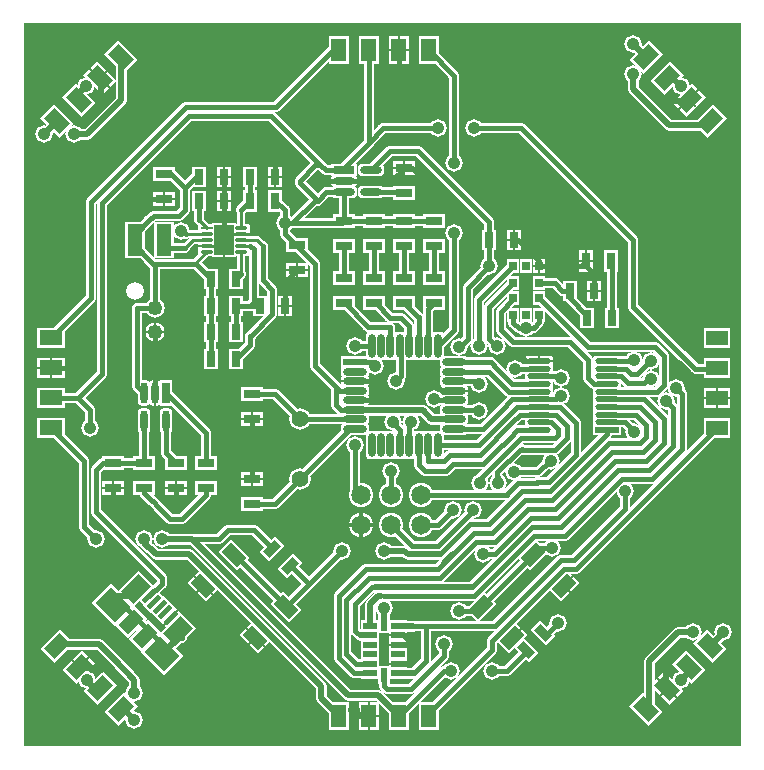
<source format=gtl>
%FSLAX33Y33*%
%MOMM*%
%AMRect-W2311400-H1676400-RO1.750*
21,1,2.3114,1.6764,0.,0.,45*%
%AMRect-W2311400-H1676400-RO1.500*
21,1,2.3114,1.6764,0.,0.,90*%
%AMRect-W2311400-H1676400-RO1.250*
21,1,2.3114,1.6764,0.,0.,135*%
%AMRect-W1147821-H1797821-RO0.500*
21,1,1.147821,1.797821,0.,0.,270*%
%AMRect-W1147821-H1797821-RO1.500*
21,1,1.147821,1.797821,0.,0.,90*%
%AMRR-H1062555-W2224640-R328077-RO0.000*
21,1,1.568486,1.062555,0.,0.,360*
21,1,2.22464,0.406401,0.,0.,360*
1,1,0.656154,-0.784243,0.2032005*
1,1,0.656154,0.784243,0.2032005*
1,1,0.656154,0.784243,-0.2032005*
1,1,0.656154,-0.784243,-0.2032005*%
%AMRR-H691872-W1484020-R142736-RO0.000*
21,1,1.198548,0.691872,0.,0.,360*
21,1,1.48402,0.4064,0.,0.,360*
1,1,0.285472,-0.599274,0.2032*
1,1,0.285472,0.599274,0.2032*
1,1,0.285472,0.599274,-0.2032*
1,1,0.285472,-0.599274,-0.2032*%
%AMRect-W1147821-H1797821-RO1.000*
21,1,1.147821,1.797821,0.,0.,180*%
%AMRect-W3106400-H1656400-RO0.500*
21,1,3.1064,1.6564,0.,0.,270*%
%AMRect-W1106400-H1006400-RO1.500*
21,1,1.1064,1.0064,0.,0.,90*%
%AMRR-H875564-W2377739-R234582-RO1.000*
21,1,1.908575,0.875564,0.,0.,180*
21,1,2.377739,0.4064,0.,0.,180*
1,1,0.469164,0.9542875,-0.2032*
1,1,0.469164,-0.9542875,-0.2032*
1,1,0.469164,-0.9542875,0.2032*
1,1,0.469164,0.9542875,0.2032*%
%AMRR-H2423745-W1012555-R303077-RO0.000*
21,1,0.406401,2.423745,0.,0.,360*
21,1,1.012555,1.817591,0.,0.,360*
1,1,0.606154,-0.2032005,0.9087955*
1,1,0.606154,0.2032005,0.9087955*
1,1,0.606154,0.2032005,-0.9087955*
1,1,0.606154,-0.2032005,-0.9087955*%
%AMRR-H1012555-W2423745-R303077-RO0.000*
21,1,1.817591,1.012555,0.,0.,360*
21,1,2.423745,0.406401,0.,0.,360*
1,1,0.606154,-0.9087955,0.2032005*
1,1,0.606154,0.9087955,0.2032005*
1,1,0.606154,0.9087955,-0.2032005*
1,1,0.606154,-0.9087955,-0.2032005*%
%AMRect-W2178534-H1047134-RO0.500*
21,1,2.178534,1.047134,0.,0.,270*%
%AMRR-H1047134-W2178534-R320367-RO0.500*
21,1,1.5378,1.047134,0.,0.,270*
21,1,2.178534,0.4064,0.,0.,270*
1,1,0.640734,0.2032,0.7689*
1,1,0.640734,0.2032,-0.7689*
1,1,0.640734,-0.2032,-0.7689*
1,1,0.640734,-0.2032,0.7689*%
%AMRect-W2311400-H1676400-RO1.000*
21,1,2.3114,1.6764,0.,0.,180*%
%AMRect-W2377739-H875564-RO1.000*
21,1,2.377739,0.875564,0.,0.,180*%
%AMRect-W2311400-H1676400-RO0.250*
21,1,2.3114,1.6764,0.,0.,315*%
%AMRect-W1147821-H1797821-RO1.750*
21,1,1.147821,1.797821,0.,0.,45*%
%AMRect-W2206400-H1506400-RO1.750*
21,1,2.2064,1.5064,0.,0.,45*%
%AMRect-W1577821-H967821-RO1.000*
21,1,1.577821,0.967821,0.,0.,180*%
%AMRect-W967821-H1577821-RO1.000*
21,1,0.967821,1.577821,0.,0.,180*%
%AMRect-W1147821-H1797821-RO0.250*
21,1,1.147821,1.797821,0.,0.,315*%
%AMRect-W2206400-H1506400-RO0.250*
21,1,2.2064,1.5064,0.,0.,315*%
%AMRect-W406401-H406401-RO1.750*
21,1,0.406401,0.406401,0.,0.,45*%
%AMRect-W2306400-H2781400-RO1.750*
21,1,2.3064,2.7814,0.,0.,45*%
%AMRect-W2306400-H1581400-RO1.750*
21,1,2.3064,1.5814,0.,0.,45*%
%AMRect-W2506400-H1906400-RO1.750*
21,1,2.5064,1.9064,0.,0.,45*%
%AMRect-W1786400-H856400-RO1.750*
21,1,1.7864,0.8564,0.,0.,45*%
%AMRect-W2311400-H1676400-RO0.750*
21,1,2.3114,1.6764,0.,0.,225*%
%AMRect-W2311400-H1676400-RO0.500*
21,1,2.3114,1.6764,0.,0.,270*%
%AMRect-W203200-H939800-RO1.500*
21,1,0.2032,0.9398,0.,0.,90*%
%AMRect-W1257300-H203200-RO1.500*
21,1,1.2573,0.2032,0.,0.,90*%
%AMRect-W203200-H939800-RO1.250*
21,1,0.2032,0.9398,0.,0.,135*%
%AMRect-W1257300-H203200-RO1.250*
21,1,1.2573,0.2032,0.,0.,135*%
%AMRect-W203200-H939800-RO1.750*
21,1,0.2032,0.9398,0.,0.,45*%
%AMRect-W1257300-H203200-RO1.750*
21,1,1.2573,0.2032,0.,0.,45*%
%AMRect-W203200-H1000510-RO1.500*
21,1,0.2032,1.00051,0.,0.,90*%
%AMRect-W675510-H203200-RO1.500*
21,1,0.67551,0.2032,0.,0.,90*%
%AMRect-W203200-H1000510-RO0.500*
21,1,0.2032,1.00051,0.,0.,270*%
%AMRect-W675510-H203200-RO0.500*
21,1,0.67551,0.2032,0.,0.,270*%
%AMRect-W203200-H604800-RO1.500*
21,1,0.2032,0.6048,0.,0.,90*%
%AMRect-W654800-H203200-RO1.500*
21,1,0.6548,0.2032,0.,0.,90*%
%AMRect-W203200-H1000510-RO1.000*
21,1,0.2032,1.00051,0.,0.,180*%
%AMRect-W675510-H203200-RO1.000*
21,1,0.67551,0.2032,0.,0.,180*%
%AMRect-W203200-H539382-RO1.000*
21,1,0.2032,0.539382,0.,0.,180*%
%AMRect-W1290469-H203200-RO1.000*
21,1,1.290469,0.2032,0.,0.,180*%
%AMRect-W203200-H929800-RO1.500*
21,1,0.2032,0.9298,0.,0.,90*%
%AMRect-W929800-H203200-RO1.500*
21,1,0.9298,0.2032,0.,0.,90*%
%AMRect-W1190867-H203200-RO0.500*
21,1,1.190867,0.2032,0.,0.,270*%
%AMRect-W203200-H939800-RO1.000*
21,1,0.2032,0.9398,0.,0.,180*%
%AMRect-W1257300-H203200-RO1.000*
21,1,1.2573,0.2032,0.,0.,180*%
%AMRect-W400000-H1129800-RO0.500*
21,1,0.4,1.1298,0.,0.,270*%
%AMRect-W1129800-H400000-RO0.500*
21,1,1.1298,0.4,0.,0.,270*%
%AMRect-W203200-H939800-RO0.250*
21,1,0.2032,0.9398,0.,0.,315*%
%AMRect-W1257300-H203200-RO0.250*
21,1,1.2573,0.2032,0.,0.,315*%
%AMRect-W203200-H854800-RO1.750*
21,1,0.2032,0.8548,0.,0.,45*%
%AMRect-W1204800-H203200-RO1.750*
21,1,1.2048,0.2032,0.,0.,45*%
%AMRect-W890510-H203200-RO1.000*
21,1,0.89051,0.2032,0.,0.,180*%
%AMRect-W203200-H854800-RO0.250*
21,1,0.2032,0.8548,0.,0.,315*%
%AMRect-W1204800-H203200-RO0.250*
21,1,1.2048,0.2032,0.,0.,315*%
%AMRect-W994800-H203200-RO1.750*
21,1,0.9948,0.2032,0.,0.,45*%
%AMRect-W203200-H939800-RO0.750*
21,1,0.2032,0.9398,0.,0.,225*%
%AMRect-W1257300-H203200-RO0.750*
21,1,1.2573,0.2032,0.,0.,225*%
%AMRect-W203200-H939800-RO0.500*
21,1,0.2032,0.9398,0.,0.,270*%
%AMRect-W1257300-H203200-RO0.500*
21,1,1.2573,0.2032,0.,0.,270*%
%AMRect-W741421-H1391421-RO1.000*
21,1,0.741421,1.391421,0.,0.,180*%
%AMRect-W1800000-H1100000-RO1.750*
21,1,1.8,1.1,0.,0.,45*%
%AMRect-W1971339-H469164-RO1.000*
21,1,1.971339,0.469164,0.,0.,180*%
%AMRR-H469164-W1971339-R234582-RO1.000*
21,1,1.502175,0.469164,0.,0.,180*
21,1,1.971339,0.,0.,0.,180*
1,1,0.469164,0.7510875,-0.*
1,1,0.469164,-0.7510875,-0.*
1,1,0.469164,-0.7510875,0.*
1,1,0.469164,0.7510875,0.*%
%AMRect-W741421-H1391421-RO0.500*
21,1,0.741421,1.391421,0.,0.,270*%
%AMRect-W700000-H600000-RO1.500*
21,1,0.7,0.6,0.,0.,90*%
%AMRect-W2700000-H1250000-RO0.500*
21,1,2.7,1.25,0.,0.,270*%
%AMRect-W1905000-H1270000-RO1.250*
21,1,1.905,1.27,0.,0.,135*%
%AMRect-W1905000-H1270000-RO0.500*
21,1,1.905,1.27,0.,0.,270*%
%AMRect-W1772134-H640734-RO0.500*
21,1,1.772134,0.640734,0.,0.,270*%
%AMRR-H640734-W1772134-R320367-RO0.500*
21,1,1.1314,0.640734,0.,0.,270*
21,1,1.772134,0.,0.,0.,270*
1,1,0.640734,0.,0.5657*
1,1,0.640734,0.,-0.5657*
1,1,0.640734,-0.,-0.5657*
1,1,0.640734,-0.,0.5657*%
%AMRect-W741421-H1391421-RO0.250*
21,1,0.741421,1.391421,0.,0.,315*%
%AMRect-W1905000-H1270000-RO0.250*
21,1,1.905,1.27,0.,0.,315*%
%AMRect-W741421-H1391421-RO1.750*
21,1,0.741421,1.391421,0.,0.,45*%
%AMRect-W1905000-H1270000-RO1.500*
21,1,1.905,1.27,0.,0.,90*%
%AMRect-W561421-H1171421-RO1.000*
21,1,0.561421,1.171421,0.,0.,180*%
%AMRect-W1171421-H561421-RO1.000*
21,1,1.171421,0.561421,0.,0.,180*%
%AMRect-W741421-H1391421-RO1.500*
21,1,0.741421,1.391421,0.,0.,90*%
%AMRect-W1-H1-RO1.750*
21,1,0.000001,0.000001,0.,0.,45*%
%AMRect-W1900000-H1175000-RO1.750*
21,1,1.9,1.175,0.,0.,45*%
%AMRect-W2100000-H1500000-RO1.750*
21,1,2.1,1.5,0.,0.,45*%
%AMRect-W1900000-H2375000-RO1.750*
21,1,1.9,2.375,0.,0.,45*%
%AMRect-W1380000-H450000-RO1.750*
21,1,1.38,0.45,0.,0.,45*%
%AMRect-W1905000-H1270000-RO1.750*
21,1,1.905,1.27,0.,0.,45*%
%AMRR-H656155-W1818240-R328077-RO0.000*
21,1,1.162086,0.656155,0.,0.,360*
21,1,1.81824,0.000001,0.,0.,360*
1,1,0.656154,-0.581043,0.0000005*
1,1,0.656154,0.581043,0.0000005*
1,1,0.656154,0.581043,-0.0000005*
1,1,0.656154,-0.581043,-0.0000005*%
%AMRect-W1905000-H1270000-RO0.750*
21,1,1.905,1.27,0.,0.,225*%
%AMRR-H285472-W1077620-R142736-RO0.000*
21,1,0.792148,0.285472,0.,0.,360*
21,1,1.07762,0.,0.,0.,360*
1,1,0.285472,-0.396074,0.*
1,1,0.285472,0.396074,0.*
1,1,0.285472,0.396074,-0.*
1,1,0.285472,-0.396074,0.*%
%AMRect-W1800000-H1100000-RO0.250*
21,1,1.8,1.1,0.,0.,315*%
%AMRR-H606155-W2017345-R303077-RO0.000*
21,1,1.411191,0.606155,0.,0.,360*
21,1,2.017345,0.000001,0.,0.,360*
1,1,0.606154,-0.7055955,0.0000005*
1,1,0.606154,0.7055955,0.0000005*
1,1,0.606154,0.7055955,-0.0000005*
1,1,0.606154,-0.7055955,-0.0000005*%
%AMRR-H2017345-W606155-R303077-RO0.000*
21,1,0.000001,2.017345,0.,0.,360*
21,1,0.606155,1.411191,0.,0.,360*
1,1,0.606154,-0.0000005,0.7055955*
1,1,0.606154,0.0000005,0.7055955*
1,1,0.606154,0.0000005,-0.7055955*
1,1,0.606154,-0.0000005,-0.7055955*%
%AMRect-W1905000-H1270000-RO1.000*
21,1,1.905,1.27,0.,0.,180*%
%ADD10C,0.9144*%
%ADD11C,0.8636*%
%ADD12C,0.6604*%
%ADD13C,1.4732*%
%ADD14R,1.147821X1.797821*%
%ADD15R,2.22464X1.062555*%
%ADD16R,2.1564X2.9064*%
%ADD17R,1.48402X0.691872*%
%ADD18R,2.3114X1.6764*%
%ADD19R,2.423745X1.012555*%
%ADD20C,1.6564*%
%ADD21C,2.0564*%
%ADD22C,1.8288*%
%ADD23C,1.0414*%
%ADD24C,1.5064*%
%ADD25C,1.1064*%
%ADD26C,1.1684*%
%ADD27Rect-W2311400-H1676400-RO1.750*%
%ADD28Rect-W2311400-H1676400-RO1.500*%
%ADD29Rect-W2311400-H1676400-RO1.250*%
%ADD30Rect-W1147821-H1797821-RO0.500*%
%ADD31Rect-W1147821-H1797821-RO1.500*%
%ADD32RR-H1062555-W2224640-R328077-RO0.000*%
%ADD33RR-H691872-W1484020-R142736-RO0.000*%
%ADD34Rect-W1147821-H1797821-RO1.000*%
%ADD35Rect-W3106400-H1656400-RO0.500*%
%ADD36Rect-W1106400-H1006400-RO1.500*%
%ADD37RR-H875564-W2377739-R234582-RO1.000*%
%ADD38RR-H2423745-W1012555-R303077-RO0.000*%
%ADD39RR-H1012555-W2423745-R303077-RO0.000*%
%ADD40Rect-W2178534-H1047134-RO0.500*%
%ADD41RR-H1047134-W2178534-R320367-RO0.500*%
%ADD42Rect-W2311400-H1676400-RO1.000*%
%ADD43Rect-W2377739-H875564-RO1.000*%
%ADD44Rect-W2311400-H1676400-RO0.250*%
%ADD45Rect-W1147821-H1797821-RO1.750*%
%ADD46Rect-W2206400-H1506400-RO1.750*%
%ADD47Rect-W1577821-H967821-RO1.000*%
%ADD48Rect-W967821-H1577821-RO1.000*%
%ADD49Rect-W1147821-H1797821-RO0.250*%
%ADD50Rect-W2206400-H1506400-RO0.250*%
%ADD51Rect-W406401-H406401-RO1.750*%
%ADD52Rect-W2306400-H2781400-RO1.750*%
%ADD53Rect-W2306400-H1581400-RO1.750*%
%ADD54Rect-W2506400-H1906400-RO1.750*%
%ADD55Rect-W1786400-H856400-RO1.750*%
%ADD56Rect-W2311400-H1676400-RO0.750*%
%ADD57Rect-W2311400-H1676400-RO0.500*%
%ADD58R,0.2032X1.00051*%
%ADD59R,0.67551X0.2032*%
%ADD60R,0.84361X0.2032*%
%ADD61R,0.2032X1.5548*%
%ADD62R,1.21392X0.2032*%
%ADD63R,1.313472X0.2032*%
%ADD64R,0.2032X0.9398*%
%ADD65R,1.2573X0.2032*%
%ADD66Rect-W203200-H939800-RO1.500*%
%ADD67Rect-W1257300-H203200-RO1.500*%
%ADD68Rect-W203200-H939800-RO1.250*%
%ADD69Rect-W1257300-H203200-RO1.250*%
%ADD70Rect-W203200-H939800-RO1.750*%
%ADD71Rect-W1257300-H203200-RO1.750*%
%ADD72Rect-W203200-H1000510-RO1.500*%
%ADD73Rect-W675510-H203200-RO1.500*%
%ADD74Rect-W203200-H1000510-RO0.500*%
%ADD75Rect-W675510-H203200-RO0.500*%
%ADD76Rect-W203200-H604800-RO1.500*%
%ADD77Rect-W654800-H203200-RO1.500*%
%ADD78Rect-W203200-H1000510-RO1.000*%
%ADD79Rect-W675510-H203200-RO1.000*%
%ADD80Rect-W203200-H539382-RO1.000*%
%ADD81Rect-W1290469-H203200-RO1.000*%
%ADD82Rect-W203200-H929800-RO1.500*%
%ADD83Rect-W929800-H203200-RO1.500*%
%ADD84Rect-W1190867-H203200-RO0.500*%
%ADD85Rect-W203200-H939800-RO1.000*%
%ADD86Rect-W1257300-H203200-RO1.000*%
%ADD87Rect-W400000-H1129800-RO0.500*%
%ADD88Rect-W1129800-H400000-RO0.500*%
%ADD89Rect-W203200-H939800-RO0.250*%
%ADD90Rect-W1257300-H203200-RO0.250*%
%ADD91Rect-W203200-H854800-RO1.750*%
%ADD92Rect-W1204800-H203200-RO1.750*%
%ADD93Rect-W890510-H203200-RO1.000*%
%ADD94Rect-W203200-H854800-RO0.250*%
%ADD95Rect-W1204800-H203200-RO0.250*%
%ADD96Rect-W994800-H203200-RO1.750*%
%ADD97Rect-W203200-H939800-RO0.750*%
%ADD98Rect-W1257300-H203200-RO0.750*%
%ADD99Rect-W203200-H939800-RO0.500*%
%ADD100Rect-W1257300-H203200-RO0.500*%
%ADD101C,0.254*%
%ADD102C,0.4572*%
%ADD103C,0.508*%
%ADD104C,1.0668*%
%ADD105Rect-W741421-H1391421-RO1.000*%
%ADD106Rect-W1800000-H1100000-RO1.750*%
%ADD107Rect-W1971339-H469164-RO1.000*%
%ADD108RR-H469164-W1971339-R234582-RO1.000*%
%ADD109R,0.741421X1.391421*%
%ADD110Rect-W741421-H1391421-RO0.500*%
%ADD111Rect-W700000-H600000-RO1.500*%
%ADD112Rect-W2700000-H1250000-RO0.500*%
%ADD113Rect-W1905000-H1270000-RO1.250*%
%ADD114Rect-W1905000-H1270000-RO0.500*%
%ADD115Rect-W1772134-H640734-RO0.500*%
%ADD116RR-H640734-W1772134-R320367-RO0.500*%
%ADD117Rect-W741421-H1391421-RO0.250*%
%ADD118C,1.4224*%
%ADD119C,1.25*%
%ADD120Rect-W1905000-H1270000-RO0.250*%
%ADD121Rect-W741421-H1391421-RO1.750*%
%ADD122Rect-W1905000-H1270000-RO1.500*%
%ADD123R,1.905X1.27*%
%ADD124Rect-W561421-H1171421-RO1.000*%
%ADD125Rect-W1171421-H561421-RO1.000*%
%ADD126Rect-W741421-H1391421-RO1.500*%
%ADD127Rect-W1-H1-RO1.750*%
%ADD128Rect-W1900000-H1175000-RO1.750*%
%ADD129Rect-W2100000-H1500000-RO1.750*%
%ADD130Rect-W1900000-H2375000-RO1.750*%
%ADD131Rect-W1380000-H450000-RO1.750*%
%ADD132Rect-W1905000-H1270000-RO1.750*%
%ADD133R,1.81824X0.656155*%
%ADD134RR-H656155-W1818240-R328077-RO0.000*%
%ADD135Rect-W1905000-H1270000-RO0.750*%
%ADD136R,1.07762X0.285472*%
%ADD137R,1.75X2.5*%
%ADD138RR-H285472-W1077620-R142736-RO0.000*%
%ADD139C,1.65*%
%ADD140Rect-W1800000-H1100000-RO0.250*%
%ADD141R,2.017345X0.606155*%
%ADD142RR-H606155-W2017345-R303077-RO0.000*%
%ADD143RR-H2017345-W606155-R303077-RO0.000*%
%ADD144Rect-W1905000-H1270000-RO1.000*%
D10*
%LNpour fill*%
G36*
G01*
X-30480Y30480D02*
X-30480Y-30734D01*
X30226Y-30734D01*
X30226Y30480D01*
X-30480Y30480D01*
G37*
%LNpour subtractive shapes*%
%LPC*%
X25146Y25146D02*
X24407Y25885D01*
X23876Y25885*
X21082Y24892D02*
X21082Y26162D01*
X21082Y28702D02*
X21844Y27940D01*
X21844Y27686*
D11*
X5954Y26050D02*
X3810Y28194D01*
X5954Y18774D02*
X5954Y26050D01*
X-1270Y28194D02*
X-1270Y20354D01*
X-4318Y28194D02*
X-3810Y28194D01*
X-9144Y23368D02*
X-6350Y26162D01*
X-4318Y28194*
D10*
X-25171Y25171D02*
X-26187Y24155D01*
X-22223Y27611D02*
X-22223Y24005D01*
X26774Y21844D02*
X26162Y21844D01*
X24130Y21844*
X27432Y22502D02*
X26774Y21844D01*
X23114Y22860D02*
X21082Y24892D01*
X24130Y21844D02*
X23114Y22860D01*
D11*
X21082Y12136D02*
X11628Y21590D01*
X2910Y19674D02*
X3810Y18774D01*
X-0034Y21590D02*
X-1270Y20354D01*
X1746Y13762D02*
X-0794Y13762D01*
X-0794Y16184D02*
X1746Y16184D01*
X5954Y5802D02*
X5954Y12566D01*
X5842Y12678*
X1016Y19674D02*
X2910Y19674D01*
X0562Y19674D02*
X1016Y19674D01*
X-1028Y18084D02*
X0562Y19674D01*
X11628Y21590D02*
X7620Y21590D01*
X4572Y21590D02*
X-0034Y21590D01*
X3810Y18774D02*
X8955Y13629D01*
X4286Y13762D02*
X1746Y13762D01*
X8955Y13629D02*
X8955Y9902D01*
X-3540Y13556D02*
X-3334Y13762D01*
X-5842Y15456D02*
X-7742Y13556D01*
X-8348Y13556*
X-9178Y15456D02*
X-8348Y14626D01*
X-3334Y13762D02*
X-0794Y13762D01*
X-8348Y12636D02*
X-8348Y13556D01*
X-7366Y11654D02*
X-8348Y12636D01*
X-4860Y16184D02*
X-5588Y15456D01*
X-12078Y14656D02*
X-11278Y15456D01*
X-9536Y22606D02*
X-5400Y18470D01*
X-5588Y15456D02*
X-7112Y16980D01*
X-8348Y14626D02*
X-8348Y13556D01*
X-4860Y18084D02*
X-5400Y18470D01*
X-14732Y23368D02*
X-9144Y23368D01*
X-1270Y20354D02*
X-3540Y18084D01*
X-4860Y18084*
X-11278Y17556D02*
X-11278Y15456D01*
X-3334Y16184D02*
X-3334Y13762D01*
X-16510Y22606D02*
X-9536Y22606D01*
X-3334Y16184D02*
X-4860Y16184D01*
X-5842Y18470D02*
X-5400Y18470D01*
X-7112Y17134D02*
X-5842Y18470D01*
X-7112Y16980D02*
X-7112Y17134D01*
D12*
X-12078Y13154D02*
X-12078Y14656D01*
D11*
X-8348Y13556D02*
X-3540Y13556D01*
X-23876Y15240D02*
X-16510Y22606D01*
D12*
X-15630Y13802D02*
X-14982Y13154D01*
D10*
X-23622Y22606D02*
X-25121Y21107D01*
D11*
X-19835Y13802D02*
X-21060Y12577D01*
X-18016Y17724D02*
X-18610Y17724D01*
X-24747Y15385D02*
X-23368Y16764D01*
X-16798Y16506D02*
X-18016Y17724D01*
X-17340Y14186D02*
X-18803Y14186D01*
D10*
X-22223Y24005D02*
X-23622Y22606D01*
D11*
X-16832Y14694D02*
X-16832Y16506D01*
X-21060Y12577D02*
X-21060Y12400D01*
X-24747Y8890D02*
X-24747Y15385D01*
X-16832Y14694D02*
X-17340Y14186D01*
D10*
X-25121Y21107D02*
X-26187Y21107D01*
D11*
X-16832Y16506D02*
X-15782Y17556D01*
X-18803Y14186D02*
X-19451Y14186D01*
X-16764Y23368D02*
X-14732Y23368D01*
X-16722Y12654D02*
X-17052Y12984D01*
D12*
X-14982Y12654D02*
X-16722Y12654D01*
D11*
X-23368Y16764D02*
X-16764Y23368D01*
X-19451Y14186D02*
X-19835Y13802D01*
X-15630Y15456D02*
X-15630Y13802D01*
X-23876Y1270D02*
X-23876Y15240D01*
D10*
X-28727Y21107D02*
X-27611Y22223D01*
X-27611Y22223*
X-26187Y24155D02*
X-26187Y23901D01*
D11*
X26468Y1218D02*
X25400Y2286D01*
X28194Y1218D02*
X26468Y1218D01*
X25260Y2286D02*
X21082Y6464D01*
X11684Y3534D02*
X15748Y3534D01*
X13174Y0587D02*
X14885Y0587D01*
X17266Y3078D02*
X13226Y7118D01*
X23482Y2570D02*
X22974Y3078D01*
X18927Y-0022D02*
X17821Y-0022D01*
X18927Y1237D02*
X20497Y1237D01*
X22049Y0030D02*
X22606Y0587D01*
X22556Y1887D02*
X22606Y1887D01*
X20131Y0587D02*
X20688Y0030D01*
X15144Y7846D02*
X15748Y7846D01*
X23736Y0538D02*
X23736Y2316D01*
X20942Y0792D02*
X21450Y0792D01*
X13226Y7118D02*
X13174Y7118D01*
X17170Y5802D02*
X15748Y7224D01*
X17272Y2010D02*
X17272Y0486D01*
X18927Y0587D02*
X20131Y0587D01*
X12573Y4677D02*
X12700Y4804D01*
X21450Y0792D02*
X21704Y1046D01*
X23736Y2316D02*
X23482Y2570D01*
X13174Y-0063D02*
X10905Y-0063D01*
X23736Y-0110D02*
X23736Y0538D01*
X14503Y8487D02*
X15144Y7846D01*
X21715Y1046D02*
X22556Y1887D01*
X14885Y0587D02*
X14986Y0486D01*
X20688Y0030D02*
X22049Y0030D01*
X13174Y8487D02*
X14503Y8487D01*
X20497Y1237D02*
X20942Y0792D01*
X13174Y1237D02*
X11138Y1237D01*
X12700Y4677D02*
X13174Y5151D01*
X15748Y7224D02*
X15748Y7846D01*
X21073Y1887D02*
X21196Y2010D01*
X13174Y5151D02*
X13174Y5802D01*
X12074Y4677D02*
X12573Y4677D01*
X17272Y0486D02*
X17780Y-0022D01*
X22974Y3078D02*
X17324Y3078D01*
X17821Y-0022D02*
X17780Y-0063D01*
X21082Y6464D02*
X21082Y12136D01*
X23133Y-0713D02*
X23736Y-0110D01*
X19338Y10392D02*
X19338Y5566D01*
X15748Y3534D02*
X17272Y2010D01*
X18927Y1887D02*
X21073Y1887D01*
X12074Y4677D02*
X11430Y4677D01*
X5954Y1762D02*
X8636Y1762D01*
X10974Y8487D02*
X9605Y7118D01*
X7112Y8059D02*
X7112Y7090D01*
X0578Y4804D02*
X-1302Y4804D01*
X0578Y5566D02*
X-0658Y6802D01*
X9605Y1237D02*
X9080Y1762D01*
X8955Y5802D02*
X8955Y3788D01*
X10974Y7118D02*
X9906Y6050D01*
X2178Y3138D02*
X2178Y4880D01*
X7112Y3788D02*
X6350Y3026D01*
X9605Y7118D02*
X8955Y6468D01*
X8955Y9902D02*
X7112Y8059D01*
X10922Y3534D02*
X11684Y3534D01*
X2178Y4880D02*
X1492Y5566D01*
X8955Y6468D02*
X8955Y5802D01*
X0762Y5566D02*
X0508Y5566D01*
X8955Y0962D02*
X5954Y0962D01*
X4286Y8902D02*
X4286Y11662D01*
X5954Y4514D02*
X5954Y5802D01*
X1492Y5566D02*
X0762Y5566D01*
X1746Y6798D02*
X1746Y6802D01*
X10974Y5133D02*
X11430Y4677D01*
X1492Y0635D02*
X1086Y0229D01*
X10630Y-0713D02*
X8955Y0962D01*
X5954Y0162D02*
X7854Y0162D01*
X3778Y6294D02*
X4286Y6802D01*
X7112Y7090D02*
X7112Y3788D01*
X9906Y4550D02*
X10922Y3534D01*
X8079Y7007D02*
X8079Y3138D01*
X4578Y3138D02*
X5954Y4514D01*
X2978Y5566D02*
X1746Y6798D01*
X3778Y3138D02*
X3778Y6294D01*
X1746Y8902D02*
X1746Y11662D01*
X10974Y9902D02*
X8079Y7007D01*
X10974Y5802D02*
X10974Y5133D01*
X8955Y3788D02*
X9605Y3138D01*
X1492Y3138D02*
X1492Y0635D01*
X0578Y3138D02*
X0578Y4804D01*
X9906Y6050D02*
X9906Y4550D01*
X8636Y1762D02*
X9080Y1762D01*
X7854Y0162D02*
X8079Y-0063D01*
X10905Y-0063D02*
X9605Y1237D01*
X2978Y5570D02*
X2978Y3138D01*
X-0728Y6802D02*
X-0794Y6802D01*
X-3300Y6802D02*
X-3334Y6802D01*
D12*
X-12078Y12154D02*
X-10728Y12154D01*
D11*
X-11262Y4026D02*
X-11278Y4026D01*
X-1060Y1762D02*
X-0768Y1470D01*
X-5842Y1502D02*
X-3810Y-0530D01*
X-12480Y2062D02*
X-11278Y3264D01*
X-7366Y11654D02*
X-5842Y10130D01*
X-9432Y7904D02*
X-9432Y5856D01*
D12*
X-12078Y11654D02*
X-11278Y11654D01*
D11*
X-10228Y8700D02*
X-9432Y7904D01*
X-2398Y3138D02*
X-1022Y3138D01*
X-10448Y6566D02*
X-12480Y6566D01*
X-11278Y11654D02*
X-10948Y11324D01*
X-10948Y6896D02*
X-11278Y6566D01*
X-10948Y11154D02*
X-10948Y6896D01*
X-10948Y11324D02*
X-10948Y11154D01*
X-0658Y6802D02*
X-0794Y6802D01*
X-12480Y6380D02*
X-12480Y4348D01*
X-5842Y9072D02*
X-5842Y1502D01*
X-1302Y4804D02*
X-3300Y6802D01*
X-5842Y10130D02*
X-5842Y9072D01*
D12*
X-10728Y12154D02*
X-10228Y11654D01*
D11*
X-0794Y8902D02*
X-0794Y11662D01*
D12*
X-12078Y11154D02*
X-12078Y9220D01*
D11*
X-11278Y4026D02*
X-11278Y3264D01*
X-3334Y11662D02*
X-3334Y8902D01*
X-9432Y5856D02*
X-11262Y4026D01*
X-10228Y11654D02*
X-10228Y8700D01*
X-2398Y1762D02*
X-1060Y1762D01*
X-12078Y9220D02*
X-12480Y8818D01*
X-19524Y10122D02*
X-19846Y10444D01*
X-17385Y10122D02*
X-18864Y10122D01*
X-19360Y6348D02*
X-20862Y6348D01*
D12*
X-14982Y11154D02*
X-16014Y10122D01*
D11*
X-23876Y0754D02*
X-23876Y1270D01*
X-21060Y11669D02*
X-21060Y12154D01*
X-19360Y6348D02*
X-19360Y9958D01*
X-14580Y2062D02*
X-14580Y4348D01*
X-14580Y6566D02*
X-14580Y4348D01*
X-19835Y10444D02*
X-21060Y11669D01*
X-28194Y3810D02*
X-24747Y7257D01*
X-20862Y6348D02*
X-20862Y-0262D01*
X-18803Y10122D02*
X-19524Y10122D01*
D12*
X-14982Y12154D02*
X-16104Y12154D01*
D11*
X-16014Y10122D02*
X-17385Y10122D01*
X-24892Y-0262D02*
X-23876Y0754D01*
X-15884Y10122D02*
X-16014Y10122D01*
X-19360Y9958D02*
X-19524Y10122D01*
X-14580Y6566D02*
X-14580Y8818D01*
X-16798Y11460D02*
X-18416Y11460D01*
X-24747Y7257D02*
X-24747Y8890D01*
X-14580Y8818D02*
X-15884Y10122D01*
X-18416Y11460D02*
X-18610Y11654D01*
D12*
X-16104Y12154D02*
X-16798Y11460D01*
D11*
X25260Y-1494D02*
X25260Y-5558D01*
X22974Y-7844*
X24752Y-0399D02*
X25260Y-0907D01*
X25260Y-1494*
X28194Y-3810D02*
X19304Y-12700D01*
X23876Y-1505D02*
X24498Y-2127D01*
X14732Y-4340D02*
X14478Y-4594D01*
X14478Y-5610D02*
X13716Y-5610D01*
X24498Y-2510D02*
X24498Y-5304D01*
X14213Y-3313D02*
X14732Y-3832D01*
X18927Y-2663D02*
X21349Y-2663D01*
X24498Y-5304D02*
X22974Y-6828D01*
X14620Y-1363D02*
X14945Y-1038D01*
X22212Y-4542D02*
X21704Y-5050D01*
X14945Y-2013D02*
X15240Y-2308D01*
X21958Y-5812D02*
X21704Y-5812D01*
X13174Y-3313D02*
X14213Y-3313D01*
X15494Y-3578D02*
X15494Y-3832D01*
X13174Y-3963D02*
X11299Y-3963D01*
X22974Y-3272D02*
X22974Y-4796D01*
X18910Y-1363D02*
X22081Y-1363D01*
X23736Y-3018D02*
X23736Y-3272D01*
X13716Y-5610D02*
X11938Y-5610D01*
X22974Y-4796D02*
X22212Y-5558D01*
X18927Y-3313D02*
X20423Y-3313D01*
X13174Y-2663D02*
X11555Y-2663D01*
X13174Y-0713D02*
X10630Y-0713D01*
X23736Y-3313D02*
X23736Y-5050D01*
X14579Y-2663D02*
X15240Y-3324D01*
X21715Y-2013D02*
X22974Y-3272D01*
X13174Y-2013D02*
X14224Y-2013D01*
X23736Y-5050D02*
X22974Y-5812D01*
X16256Y-3324D02*
X16256Y-4086D01*
X22212Y-5558D02*
X21958Y-5812D01*
X15240Y-2308D02*
X16256Y-3324D01*
X21349Y-2663D02*
X22212Y-3526D01*
X24498Y-2127D02*
X24498Y-2510D01*
X15494Y-3963D02*
X15494Y-4594D01*
X15240Y-4848D02*
X14478Y-5610D01*
X20423Y-3313D02*
X21196Y-4086D01*
X15240Y-3324D02*
X15494Y-3578D01*
X14732Y-3832D02*
X14732Y-4340D01*
X13174Y-2663D02*
X14579Y-2663D01*
X13174Y-1363D02*
X10851Y-1363D01*
X22081Y-1363D02*
X23482Y-2764D01*
X22974Y-6828D02*
X22466Y-7336D01*
X15494Y-4594D02*
X15240Y-4848D01*
X22212Y-3526D02*
X22212Y-4542D01*
X13174Y-2013D02*
X11430Y-2013D01*
X22466Y-7336D02*
X22212Y-7336D01*
X18927Y-2013D02*
X21715Y-2013D01*
X13174Y-1363D02*
X14620Y-1363D01*
X18927Y-0713D02*
X23133Y-0713D01*
X23482Y-2764D02*
X23736Y-3018D01*
X19304Y-12700D02*
X16256Y-15748D01*
X14478Y-4594D02*
X11662Y-4594D01*
X20434Y-9538D02*
X20434Y-9114D01*
X19418Y-8860D02*
X15324Y-12954D01*
X19418Y-8860D02*
X20180Y-8098D01*
X21196Y-8098*
X22720Y-8098*
X22974Y-7844*
X7450Y-17272D02*
X12530Y-12192D01*
X14986Y-12192*
X19842Y-7336*
X22212Y-7336*
X12446Y-11430D02*
X14732Y-11430D01*
X19558Y-6604*
X21336Y-6604*
X22974Y-5812D02*
X22212Y-6574D01*
X21349Y-6604D02*
X22182Y-6604D01*
X22212Y-6574*
X12254Y-10668D02*
X14478Y-10668D01*
X19334Y-5812*
X21704Y-5812*
X11960Y-9906D02*
X14224Y-9906D01*
X19080Y-5050*
X21704Y-5050*
X11684Y-9144D02*
X13970Y-9144D01*
X14084Y-9144D02*
X18927Y-4301D01*
X18927Y-3963*
X16256Y-4086D02*
X16256Y-6096D01*
X15240Y-7112*
X13970Y-8382*
X12954Y-8382*
X12954Y-8404D02*
X11408Y-8404D01*
X11176Y-7549D02*
X13109Y-7549D01*
X14084Y-6574*
X14224Y-2013D02*
X14945Y-2013D01*
X16116Y-14986D02*
X20434Y-10668D01*
X20434Y-9114*
X2978Y-6880D02*
X3486Y-7388D01*
X5954Y-1438D02*
X4362Y-1438D01*
X4578Y-5214D02*
X8079Y-5214D01*
X7620Y-10690D02*
X4572Y-13738D01*
X0664Y-9420D02*
X0664Y-7474D01*
X11280Y-2013D02*
X11430Y-2013D01*
X3486Y-7388D02*
X3778Y-7388D01*
X10851Y-1363D02*
X9906Y-2308D01*
X10255Y-3038D02*
X11280Y-2013D01*
X5842Y-10690D02*
X4572Y-11960D01*
X8079Y-5214D02*
X10255Y-3038D01*
X2978Y-5214D02*
X2978Y-6372D01*
X3204Y-9420D02*
X7620Y-9420D01*
X8009Y-2238D02*
X8079Y-2308D01*
X0664Y-7474D02*
X0578Y-7388D01*
X5922Y-3070D02*
X5954Y-3038D01*
X7620Y-9420D02*
X9968Y-9420D01*
X4572Y-11960D02*
X3204Y-11960D01*
X3778Y-5214D02*
X3778Y-6588D01*
X7846Y-3838D02*
X5954Y-3838D01*
X11555Y-2663D02*
X10905Y-3313D01*
X9906Y-2308D02*
X8376Y-3838D01*
X11299Y-3963D02*
X10668Y-4594D01*
X2978Y-6810D02*
X2978Y-6372D01*
X10668Y-4594D02*
X10668Y-4594D01*
X0664Y-11960D02*
X2442Y-13738D01*
X8376Y-3838D02*
X7846Y-3838D01*
X4362Y-1438D02*
X4248Y-1324D01*
X5954Y-2238D02*
X8009Y-2238D01*
D10*
X5954Y-3038D02*
X4054Y-3038D01*
X3302Y-2286*
X3302Y-2238D02*
X-2398Y-2238D01*
D11*
X1378Y-5214D02*
X1378Y-3918D01*
X0762Y-3302*
X10905Y-3313D02*
X8122Y-6096D01*
X5588Y-6096*
X5080Y-6604*
X4826Y-6604*
X4578Y-6604D02*
X3778Y-6604D01*
X3778Y-7388D02*
X5312Y-7388D01*
X5842Y-6858*
X8430Y-6810D02*
X9398Y-5842D01*
X10668Y-4594D02*
X9420Y-5842D01*
X9398Y-5842*
X11662Y-4594D02*
X11176Y-5080D01*
X5954Y-6810D02*
X8430Y-6810D01*
X11176Y-5080D02*
X8128Y-8128D01*
X8128Y-8404*
X9652Y-7896D02*
X9652Y-8404D01*
X11938Y-5610D02*
X11706Y-5610D01*
X11684Y-5588*
X11544Y-5610D02*
X9605Y-7549D01*
X9605Y-7896*
X9398Y-14478D02*
X12446Y-11430D01*
X9968Y-12954D02*
X12254Y-10668D01*
X5842Y-14478D02*
X7620Y-12700D01*
X9144Y-12700*
X9166Y-12700D02*
X11960Y-9906D01*
X4804Y-14478D02*
X7344Y-11938D01*
X8890Y-11938*
X11684Y-9144*
X11408Y-8404D02*
X10414Y-9398D01*
X10414Y-9420D02*
X10160Y-9420D01*
X2178Y-5214D02*
X2178Y-3410D01*
X2286Y-3302*
X-2398Y-0638D02*
X-3702Y-0638D01*
X-2398Y-8898D02*
X-1876Y-9420D01*
X-2398Y-2238D02*
X-0832Y-2238D01*
X-7112Y-8118D02*
X-9212Y-10218D01*
X-3702Y-0638D02*
X-3810Y-0530D01*
X-9212Y-10218D02*
X-11176Y-10218D01*
X-2398Y-2238D02*
X-3626Y-2238D01*
X-9212Y-0938D02*
X-11176Y-0938D01*
X-2398Y-5214D02*
X-2398Y-8898D01*
X-4064Y-1800D02*
X-4064Y-0276D01*
X-3626Y-2238D02*
X-4064Y-1800D01*
X-7112Y-3038D02*
X-2398Y-3038D01*
X-7112Y-3038D02*
X-9212Y-0938D01*
X-7112Y-8118D02*
X-2832Y-3838D01*
X-2398Y-3838*
X-10990Y-12446D02*
X-13208Y-12446D01*
X-9466Y-13970D02*
X-10990Y-12446D01*
X-22916Y-6760D02*
X-23778Y-6760D01*
X-25400Y-12192D02*
X-24384Y-13208D01*
X-15020Y-9422D02*
X-15020Y-8914D01*
X-24892Y-3810D02*
X-24892Y-2286D01*
X-25400Y-8914D02*
X-25400Y-12192D01*
X-20310Y-9256D02*
X-20310Y-8914D01*
X-23778Y-6760D02*
X-24384Y-7366D01*
X-20310Y-3166D02*
X-20310Y-6760D01*
X-20862Y-0262D02*
X-20310Y-0814D01*
X-22916Y-6760D02*
X-20310Y-6760D01*
X-25900Y-1270D02*
X-24892Y-0262D01*
X-15008Y-4216D02*
X-15008Y-6760D01*
X-17052Y-11454D02*
X-15020Y-9422D01*
X-24892Y-2286D02*
X-25908Y-1270D01*
X-18796Y-16510D02*
X-24384Y-10922D01*
X-24384Y-7366*
X-18410Y-5932D02*
X-17582Y-6760D01*
X-28194Y-3810D02*
X-25400Y-6604D01*
X-19592Y-9974D02*
X-20310Y-9256D01*
X-18410Y-0814D02*
X-15008Y-4216D01*
X-18068Y-11454D02*
X-17052Y-11454D01*
X-18410Y-3166D02*
X-18410Y-5932D01*
X-19548Y-9974D02*
X-19084Y-10438D01*
X-25400Y-6604D02*
X-25400Y-8890D01*
X-19084Y-10438D02*
X-18068Y-11454D01*
X-13970Y-13208D02*
X-13208Y-12446D01*
X-28194Y-1270D02*
X-25900Y-1270D01*
D10*
X24892Y-21082D02*
X26162Y-21082D01*
X28702Y-21133D02*
X28702Y-21082D01*
X25908Y-24384D02*
X25908Y-23876D01*
X25146Y-25146D02*
X25908Y-24384D01*
X27611Y-22223D02*
X28702Y-21133D01*
X22452Y-23522D02*
X23114Y-22860D01*
X24892Y-21082*
X22452Y-27840D02*
X22452Y-23522D01*
D11*
X12700Y-14478D02*
X8382Y-18796D01*
X16256Y-15748D02*
X15240Y-15748D01*
X9144Y-21844*
X13716Y-21336D02*
X14732Y-20320D01*
X15324Y-12954D02*
X12954Y-12954D01*
X9398Y-16256D02*
X12700Y-12954D01*
X12954Y-12954*
X10160Y-19812D02*
X14986Y-14986D01*
X16002Y-14986*
X14224Y-13970D02*
X13208Y-13970D01*
X12700Y-14478*
D10*
X-0762Y-17272D02*
X0Y-17272D01*
D11*
X0Y-24723D02*
X0Y-25654D01*
X-0254Y-16510D02*
X4804Y-16510D01*
X9228Y-14478D02*
X8382Y-14478D01*
X4572Y-13738D02*
X3204Y-13738D01*
X3556Y-23522D02*
X3556Y-22352D01*
D10*
X1748Y-14194D02*
X2032Y-14478D01*
X1185Y-20538D02*
X2504Y-20538D01*
X2470Y-24538D02*
X1270Y-24538D01*
D11*
X5080Y-23114D02*
X4572Y-23622D01*
D10*
X0Y-20538D02*
X0Y-19050D01*
D11*
X4804Y-16510D02*
X6836Y-14478D01*
D10*
X0Y-14194D02*
X1748Y-14194D01*
D11*
X2442Y-13738D02*
X3204Y-13738D01*
D10*
X0Y-17272D02*
X7366Y-17272D01*
X7450Y-17272D02*
X7366Y-17272D01*
X-0508Y-18034D02*
X-0254Y-18034D01*
D11*
X3556Y-22352D02*
X3556Y-20574D01*
X4572Y-23622D02*
X2286Y-25908D01*
D10*
X2032Y-14478D02*
X3048Y-14478D01*
D11*
X2540Y-24538D02*
X3556Y-23522D01*
D10*
X4826Y-14478D02*
X3048Y-14478D01*
D11*
X5080Y-22098D02*
X5080Y-23114D01*
D10*
X5842Y-14478D02*
X5080Y-15240D01*
D11*
X4572Y-15748*
X4318Y-15748*
X-1524Y-15748*
X1270Y-28194D02*
X5080Y-24384D01*
X5702Y-24384*
X3556Y-28194D02*
X9144Y-22606D01*
X8382Y-18796D02*
X8382Y-19050D01*
X6434Y-20574D02*
X2540Y-20574D01*
X6434Y-20574D02*
X7874Y-20574D01*
X9144Y-21844D02*
X9144Y-22606D01*
X12192Y-22606D02*
X10414Y-24384D01*
X9144Y-24384*
X6350Y-19304D02*
X8128Y-19304D01*
X8382Y-19050*
X7874Y-20574D02*
X9398Y-20574D01*
X10160Y-19812*
X0Y-18034D02*
X7620Y-18034D01*
X9398Y-16256*
X6836Y-14478D02*
X7852Y-13462D01*
X8636Y-13462*
X9398Y-13462*
X9906Y-12954*
D10*
X-1185Y-18711D02*
X-0762Y-18288D01*
X-0508Y-18034*
X-1185Y-21338D02*
X-2030Y-21338D01*
X-1185Y-20538D02*
X-1185Y-18711D01*
D11*
X-1185Y-24538D02*
X-2386Y-24538D01*
D10*
X-3048Y-26416D02*
X-16256Y-13208D01*
X-5334Y-26670D02*
X-5334Y-25654D01*
X-16510Y-14478*
D11*
X-1524Y-17780D02*
X-1016Y-17272D01*
X-2424Y-20538D02*
X-2424Y-18680D01*
X-1524Y-17780*
X-1016Y-17272D02*
X-0762Y-17272D01*
X-2030Y-21338D02*
X-2424Y-20944D01*
X-2424Y-20574*
X-3148Y-22938D02*
X-3148Y-18388D01*
X-1524Y-16764*
X-0254Y-16510D02*
X-1270Y-16510D01*
X-1524Y-16764*
X-3810Y-19304D02*
X-3810Y-23268D01*
X-2794Y-17018D02*
X-3810Y-18034D01*
X-1524Y-15748D02*
X-2794Y-17018D01*
X-3810Y-18034D02*
X-3810Y-19304D01*
X-3810Y-23268D02*
X-2540Y-24538D01*
X-3148Y-22938D02*
X-2348Y-23738D01*
X-1270Y-23738*
X-8382Y-19050D02*
X-3556Y-14224D01*
X-12700Y-14478D02*
X-8382Y-18796D01*
X-8382Y-19050*
X-7874Y-15494D02*
X-6350Y-17018D01*
D10*
X-21107Y-25121D02*
X-21107Y-26162D01*
D11*
X-18796Y-16958D02*
X-18796Y-16510D01*
D10*
X-22860Y-23368D02*
X-21107Y-25121D01*
X-17717Y-21907D02*
X-18347Y-22537D01*
X-18347Y-22537*
X-27686Y-22098D02*
X-24130Y-22098D01*
D11*
X-19863Y-18024D02*
X-18796Y-16958D01*
D10*
X-25146Y-25171D02*
X-25146Y-25146D01*
X-24130Y-22098D02*
X-22860Y-23368D01*
X-24130Y-26187D02*
X-25146Y-25171D01*
X-21590Y-18024D02*
X-22860Y-18024D01*
X-16256Y-13208D02*
X-18796Y-13208D01*
X-16510Y-14478D02*
X-17526Y-14478D01*
X-17582Y-14478D02*
X-19304Y-14478D01*
X-19812Y-13970*
X-19863Y-13970D02*
X-20310Y-13523D01*
X-20310Y-13208*
D11*
X-16256Y-13208D02*
X-13970Y-13208D01*
X-18347Y-22537D02*
X-21839Y-19045D01*
X-22611Y-19045*
X-17107Y-21554D02*
X-17107Y-21296D01*
D10*
X1270Y-28194D02*
X-0508Y-26416D01*
D11*
X2286Y-25908D02*
X1016Y-25908D01*
X0254Y-25908*
X0Y-25654*
D10*
X-0508Y-26416D02*
X-1778Y-26416D01*
X-3048Y-26416D02*
X-1778Y-26416D01*
X-3810Y-28194D02*
X-5334Y-26670D01*
X-21107Y-28473D02*
X-21969Y-27611D01*
X-22223Y-27611*
D13*
X25146Y25146D03*
X21082Y26162D03*
X21082Y28702D03*
X-25171Y25171D03*
X5954Y18662D03*
X7620Y21590D03*
X4572Y21590D03*
X5954Y12712D03*
D14*
X8942Y12170D03*
X11042Y12170D03*
D15*
X-3334Y18084D03*
D14*
X-11278Y17488D03*
X-9178Y17488D03*
D16*
X-13530Y12154D03*
D13*
X-8348Y13556D03*
D17*
X-14982Y13154D03*
D14*
X-13530Y17488D03*
D13*
X-17131Y12900D03*
D14*
X-15630Y15456D03*
X-13530Y15456D03*
X-15630Y17488D03*
D13*
X-28727Y21107D03*
X-26187Y21107D03*
D18*
X28194Y1270D03*
X28194Y3810D03*
D13*
X21196Y2010D03*
D14*
X17848Y7846D03*
D13*
X14986Y0486D03*
X22606Y0333D03*
X22606Y1887D03*
D14*
X19338Y5566D03*
X17238Y5566D03*
X15748Y7846D03*
D13*
X24752Y-0399D03*
X9605Y3138D03*
X8955Y9902D03*
X8079Y3138D03*
X1086Y0232D03*
X11138Y1237D03*
X12074Y4677D03*
X8079Y-0063D03*
X6350Y3060D03*
D14*
X-12480Y6566D03*
X-12480Y4348D03*
D13*
X-2398Y3138D03*
D14*
X-12480Y2062D03*
X-12480Y8818D03*
X-8348Y6566D03*
D13*
X-0768Y1470D03*
D14*
X-10448Y6566D03*
D19*
X-2398Y1762D03*
D20*
X-19360Y6348D03*
D14*
X-14580Y4348D03*
X-14580Y8818D03*
D20*
X-19360Y4348D03*
D14*
X-14580Y6566D03*
X-14580Y2062D03*
D18*
X28194Y-1270D03*
X28194Y-3810D03*
D13*
X14986Y-1038D03*
X20434Y-9114D03*
X21196Y-4086D03*
X23876Y-1505D03*
X14190Y-6574D03*
D21*
X3204Y-9420D03*
D13*
X7592Y-10690D03*
D21*
X0664Y-11960D03*
X3204Y-11960D03*
D13*
X5842Y-10690D03*
X4248Y-1324D03*
X8079Y-2308D03*
X0664Y-7388D03*
D21*
X0664Y-9420D03*
D13*
X0762Y-3302D03*
X9652Y-8404D03*
X8128Y-8404D03*
X11006Y-7549D03*
X2286Y-3302D03*
D21*
X-1876Y-9420D03*
D13*
X-2398Y-5214D03*
D22*
X-7112Y-8118D03*
X-7112Y-3038D03*
D21*
X-1876Y-11960D03*
D13*
X-20310Y-13208D03*
X-18796Y-13208D03*
X-24384Y-13208D03*
X-24892Y-3810D03*
X26162Y-21082D03*
X25146Y-25146D03*
X28702Y-21082D03*
X14732Y-20320D03*
X14224Y-13970D03*
X5080Y-22098D03*
X0Y-14194D03*
X8382Y-14478D03*
X0Y-19050D03*
X5702Y-24384D03*
X6350Y-19304D03*
X9144Y-24384D03*
X-3556Y-14224D03*
X-25146Y-25146D03*
X-21107Y-26187D03*
X-21107Y-28473D03*
D23*
X25146Y25146D03*
X21082Y26162D03*
X21082Y28702D03*
X-25171Y25171D03*
X5954Y18662D03*
X7620Y21590D03*
X4572Y21590D03*
X5954Y12712D03*
X-8348Y13556D03*
X-17131Y12900D03*
X-28727Y21107D03*
X-26187Y21107D03*
X21196Y2010D03*
X14986Y0486D03*
X22606Y0333D03*
X22606Y1887D03*
X9605Y3138D03*
X8955Y9902D03*
X8079Y3138D03*
X1086Y0232D03*
X11138Y1237D03*
X12074Y4677D03*
X8079Y-0063D03*
X6350Y3060D03*
X-2398Y3138D03*
X-0768Y1470D03*
D24*
X-21060Y7848D03*
D25*
X-19360Y6348D03*
X-19360Y4348D03*
D23*
X14986Y-1038D03*
X20434Y-9114D03*
X21196Y-4086D03*
X23876Y-1505D03*
X24752Y-0399D03*
X14190Y-6574D03*
D24*
X3204Y-9420D03*
D23*
X7592Y-10690D03*
D24*
X0664Y-11960D03*
X3204Y-11960D03*
D23*
X5842Y-10690D03*
X4248Y-1324D03*
X8079Y-2308D03*
X0664Y-7388D03*
D24*
X0664Y-9420D03*
D23*
X0762Y-3302D03*
X9652Y-8404D03*
X8128Y-8404D03*
X11006Y-7549D03*
X2286Y-3302D03*
D24*
X-1876Y-9420D03*
D23*
X-2398Y-5214D03*
D26*
X-7112Y-8118D03*
X-7112Y-3038D03*
D24*
X-1876Y-11960D03*
D23*
X-24892Y-3810D03*
X26162Y-21082D03*
X25146Y-25146D03*
X28702Y-21082D03*
X14732Y-20320D03*
X14224Y-13970D03*
X5080Y-22098D03*
X0Y-14194D03*
X8382Y-14478D03*
X0Y-19050D03*
X5702Y-24384D03*
X6350Y-19304D03*
X9144Y-24384D03*
X-3556Y-14224D03*
X-20310Y-13208D03*
X-18796Y-13208D03*
X-24384Y-13208D03*
X-25146Y-25146D03*
X-21107Y-26187D03*
X-21107Y-28473D03*
D27*
X22223Y27611D03*
X24019Y25815D03*
D28*
X3810Y28194D03*
X1270Y28194D03*
X-3810Y28194D03*
X-1270Y28194D03*
D29*
X-24019Y25815D03*
X-22223Y27611D03*
D27*
X25815Y24019D03*
X27611Y22223D03*
D30*
X1746Y13762D03*
D31*
X1746Y18184D03*
D30*
X4286Y13762D03*
D31*
X1746Y16084D03*
D32*
X-3334Y16184D03*
D30*
X-3334Y13762D03*
D32*
X-1028Y16184D03*
D33*
X-12078Y12654D03*
X-12078Y13154D03*
D34*
X-9178Y15456D03*
D32*
X-1028Y18084D03*
D30*
X-0794Y13762D03*
D34*
X-11278Y15456D03*
D32*
X-3334Y17134D03*
D29*
X-25815Y24019D03*
D30*
X-18610Y15624D03*
D35*
X-21060Y12154D03*
X-18610Y12154D03*
D30*
X-18610Y17724D03*
D33*
X-14982Y12654D03*
D29*
X-27611Y22223D03*
D36*
X13174Y8487D03*
X13174Y5802D03*
X13174Y9902D03*
X13174Y7217D03*
D34*
X19270Y10392D03*
X17170Y10392D03*
D37*
X18927Y-0063D03*
X18927Y0587D03*
X18927Y1237D03*
X18927Y1887D03*
X13174Y1887D03*
X13174Y1237D03*
X13174Y0587D03*
X13174Y-0063D03*
D30*
X4286Y6802D03*
X1746Y11662D03*
D36*
X10974Y8487D03*
D30*
X1746Y8902D03*
D36*
X12074Y5802D03*
D30*
X1746Y6802D03*
D36*
X12074Y9902D03*
D30*
X4286Y11662D03*
D36*
X10974Y5802D03*
X10974Y9902D03*
X10974Y7217D03*
D30*
X4286Y8902D03*
D38*
X2178Y3138D03*
X2978Y3138D03*
D39*
X5954Y0162D03*
D38*
X3778Y3138D03*
D39*
X5954Y0962D03*
D38*
X0578Y3138D03*
X4578Y3138D03*
X1378Y3138D03*
X-0222Y3138D03*
D39*
X5954Y1762D03*
D30*
X-3334Y6802D03*
X-0794Y6802D03*
X-0794Y11662D03*
D33*
X-12078Y12154D03*
D30*
X-7366Y9596D03*
X-7366Y11696D03*
X-0794Y8902D03*
X-3334Y11662D03*
D33*
X-12078Y11154D03*
X-12078Y11654D03*
D30*
X-3334Y8902D03*
D39*
X-2398Y0962D03*
D38*
X-1022Y3138D03*
D39*
X-2398Y0162D03*
D33*
X-14982Y12154D03*
X-14982Y11154D03*
D40*
X-18410Y-0814D03*
D41*
X-20310Y-0814D03*
X-19360Y-0814D03*
D33*
X-14982Y11654D03*
D42*
X-28194Y3810D03*
X-28194Y1270D03*
D43*
X18927Y-3963D03*
D37*
X18927Y-3313D03*
X18927Y-2663D03*
X18927Y-2013D03*
X18927Y-1363D03*
X18927Y-0713D03*
X13174Y-0713D03*
X13174Y-1363D03*
X13174Y-2013D03*
X13174Y-2663D03*
X13174Y-3313D03*
X13174Y-3963D03*
D38*
X3778Y-5214D03*
X2978Y-5214D03*
D39*
X5954Y-0638D03*
X5954Y-3038D03*
D38*
X-0222Y-5214D03*
D39*
X5954Y-2238D03*
X5954Y-1438D03*
D38*
X1378Y-5214D03*
X4578Y-5214D03*
X2178Y-5214D03*
D39*
X5954Y-3838D03*
D38*
X0578Y-5214D03*
D31*
X-11176Y-3038D03*
D30*
X-11176Y-8118D03*
X-11176Y-10218D03*
D31*
X-11176Y-0938D03*
D39*
X-2398Y-3038D03*
X-2398Y-0638D03*
X-2398Y-2238D03*
X-2398Y-1438D03*
D38*
X-1022Y-5214D03*
D39*
X-2398Y-3838D03*
D31*
X-15008Y-6760D03*
D41*
X-18410Y-3166D03*
D30*
X-20310Y-8860D03*
D41*
X-20310Y-3166D03*
D31*
X-15008Y-8860D03*
D30*
X-22916Y-8860D03*
X-17582Y-8860D03*
X-17582Y-6760D03*
X-20310Y-6760D03*
X-22916Y-6760D03*
D42*
X-28194Y-3810D03*
X-28194Y-1270D03*
D44*
X25815Y-24019D03*
X27611Y-22223D03*
X24019Y-25815D03*
D45*
X12036Y-22626D03*
X13521Y-21141D03*
D46*
X15255Y-17155D03*
X12639Y-14539D03*
D47*
X1185Y-22138D03*
X1185Y-23738D03*
X1185Y-21338D03*
X1185Y-20538D03*
X1185Y-22938D03*
D48*
X0Y-20353D03*
D47*
X1185Y-24538D03*
D48*
X0Y-24723D03*
D46*
X10871Y-21539D03*
X8255Y-18923D03*
D47*
X-1185Y-21338D03*
X-1185Y-20538D03*
X-1185Y-22138D03*
X-1185Y-22938D03*
X-1185Y-24538D03*
X-1185Y-23738D03*
D49*
X-9432Y-14004D03*
X-7947Y-15489D03*
D50*
X-10871Y-21539D03*
X-8255Y-18923D03*
X-12639Y-14539D03*
D51*
X-20828Y-20828D03*
X-20828Y-20828D03*
X-20828Y-20828D03*
D52*
X-18724Y-22914D03*
D51*
X-20828Y-20828D03*
X-20828Y-20828D03*
D53*
X-20218Y-21420D03*
D51*
X-20828Y-20828D03*
D53*
X-21385Y-20236D03*
D51*
X-20828Y-20828D03*
D54*
X-20952Y-17452D03*
D51*
X-20828Y-20828D03*
D54*
X-17425Y-20943D03*
D51*
X-20828Y-20828D03*
D55*
X-18024Y-19863D03*
X-19863Y-18024D03*
D56*
X-25815Y-24019D03*
D55*
X-18484Y-19403D03*
D52*
X-22887Y-18769D03*
D55*
X-19403Y-18484D03*
D56*
X-24019Y-25815D03*
D55*
X-18944Y-18944D03*
D50*
X-15255Y-17155D03*
D56*
X-27611Y-22223D03*
D44*
X22223Y-27611D03*
D57*
X3810Y-28194D03*
X1270Y-28194D03*
X-3810Y-28194D03*
X-1270Y-28194D03*
D56*
X-22223Y-27611D03*
%LNpour readded shapes*%
%LPD*%
D58*
X11042Y12619D03*
X11042Y11721D03*
D59*
X10755Y12170D03*
X11329Y12170D03*
D60*
X-11707Y12654D03*
D58*
X-9178Y17937D03*
X-9178Y17039D03*
D59*
X-9465Y17488D03*
X-8891Y17488D03*
D61*
X-13530Y12881D03*
X-13530Y11427D03*
D62*
X-3890Y17134D03*
X-2778Y17134D03*
D58*
X-13530Y17937D03*
X-13530Y17039D03*
D59*
X-13817Y17488D03*
X-13243Y17488D03*
D58*
X-13530Y15905D03*
X-13530Y15007D03*
D59*
X-13817Y15456D03*
X-13243Y15456D03*
D58*
X17848Y8295D03*
X17848Y7397D03*
D59*
X17561Y7846D03*
X18135Y7846D03*
D58*
X-8348Y7015D03*
X-8348Y6117D03*
D59*
X-8635Y6566D03*
X-8061Y6566D03*
D63*
X-3004Y0162D03*
X-1792Y0162D03*
D60*
X-15353Y11654D03*
D64*
X28194Y-0851D03*
X28194Y-1689D03*
D65*
X27616Y-1270D03*
X28772Y-1270D03*
D63*
X5348Y-0638D03*
X6560Y-0638D03*
X-1792Y-1438D03*
D66*
X0851Y28194D03*
X1689Y28194D03*
D67*
X1270Y27616D03*
X1270Y28772D03*
D68*
X-23723Y26112D03*
D69*
X-23611Y25407D03*
X-24428Y26224D03*
D70*
X26112Y23723D03*
D71*
X25407Y23611D03*
X26224Y24428D03*
D72*
X1297Y18184D03*
X2195Y18184D03*
D73*
X1746Y17897D03*
X1746Y18471D03*
D74*
X-18161Y15624D03*
X-19059Y15624D03*
D75*
X-18610Y15911D03*
X-18610Y15337D03*
D76*
X12922Y9902D03*
X13426Y9902D03*
D77*
X13174Y9625D03*
X13174Y10179D03*
D78*
X17170Y10841D03*
D79*
X17457Y10392D03*
X16883Y10392D03*
D80*
X13174Y2106D03*
D81*
X13768Y1887D03*
X12580Y1887D03*
D74*
X-6917Y9596D03*
X-7815Y9596D03*
D75*
X-7366Y9883D03*
X-7366Y9309D03*
D82*
X-19774Y4348D03*
X-18946Y4348D03*
D83*
X-19360Y3934D03*
X-19360Y4762D03*
D84*
X-19360Y-0269D03*
X-19360Y-1359D03*
D85*
X-28194Y0851D03*
X-28194Y1689D03*
D86*
X-27616Y1270D03*
X-28772Y1270D03*
D72*
X-11625Y-3038D03*
X-10727Y-3038D03*
D73*
X-11176Y-3325D03*
X-11176Y-2751D03*
D74*
X-10727Y-8118D03*
X-11625Y-8118D03*
D75*
X-11176Y-7831D03*
X-11176Y-8405D03*
D87*
X-1362Y-11960D03*
X-2391Y-11960D03*
D88*
X-1876Y-11446D03*
X-1876Y-12474D03*
D74*
X-22467Y-8860D03*
X-23365Y-8860D03*
D75*
X-22916Y-8573D03*
X-22916Y-9147D03*
D74*
X-17133Y-8860D03*
X-18031Y-8860D03*
D75*
X-17582Y-8573D03*
X-17582Y-9147D03*
D89*
X23723Y-26112D03*
D90*
X23611Y-25407D03*
X24428Y-26224D03*
D91*
X15522Y-17422D03*
D92*
X15645Y-16765D03*
D93*
X1579Y-22138D03*
X0791Y-22138D03*
X1579Y-23738D03*
X0791Y-23738D03*
X1579Y-21338D03*
X0791Y-21338D03*
D92*
X11261Y-21149D03*
D94*
X-11138Y-21806D03*
D95*
X-11261Y-21149D03*
X-10481Y-21929D03*
D96*
X-18340Y-20179D03*
X-17709Y-19547D03*
D97*
X-26112Y-23723D03*
D98*
X-25407Y-23611D03*
D94*
X-15522Y-17422D03*
D95*
X-15645Y-16765D03*
X-14865Y-17545D03*
D99*
X-0851Y-28194D03*
X-1689Y-28194D03*
D100*
X-1270Y-27616D03*
X-1270Y-28772D03*
D82*
X-19774Y4348D03*
X-18946Y4348D03*
D83*
X-19360Y3934D03*
X-19360Y4762D03*
D87*
X-1362Y-11960D03*
X-2391Y-11960D03*
D88*
X-1876Y-11446D03*
X-1876Y-12474D03*
%LNtop copper_traces*%
D101*
X-13030Y12654D02*
X-13530Y12154D01*
D102*
X-9500Y12828D02*
X-10228Y13556D01*
D103*
X5954Y-3038D02*
X4054Y-3038D01*
X-21590Y-18024D02*
X-22860Y-18024D01*
D102*
X16116Y-14986D02*
X20434Y-10668D01*
X9420Y-5842D02*
X9398Y-5842D01*
X-7874Y-15494D02*
X-6350Y-17018D01*
X8122Y-6096D02*
X5588Y-6096D01*
X18927Y1887D02*
X21073Y1887D01*
X11960Y-9906D02*
X14224Y-9906D01*
X25260Y-0907D02*
X25260Y-1494D01*
X2978Y5570D02*
X2978Y3138D01*
D101*
X-12078Y12654D02*
X-13030Y12654D01*
D102*
X10905Y-0063D02*
X9605Y1237D01*
X7854Y0162D02*
X8079Y-0063D01*
X6434Y-20574D02*
X7874Y-20574D01*
X-2832Y-3838D02*
X-2398Y-3838D01*
X8955Y6468D02*
X8955Y5802D01*
X12700Y-12954D02*
X12954Y-12954D01*
X23482Y-2764D02*
X23736Y-3018D01*
X13716Y-21336D02*
X14732Y-20320D01*
X-7112Y-8118D02*
X-2832Y-3838D01*
X-6350Y26162D02*
X-4318Y28194D01*
X-19084Y-10438D02*
X-18068Y-11454D01*
X14478Y-4594D02*
X11662Y-4594D01*
X0646Y17134D02*
X1778Y18266D01*
X5080Y-24384D02*
X5702Y-24384D01*
X-25400Y-6604D02*
X-25400Y-8890D01*
X18927Y-0713D02*
X23133Y-0713D01*
X13174Y-1363D02*
X14620Y-1363D01*
D103*
X3302Y-2238D02*
X-2398Y-2238D01*
D102*
X1270Y-28194D02*
X5080Y-24384D01*
X2178Y-5214D02*
X2178Y-3410D01*
X16256Y-6096D02*
X15240Y-7112D01*
X-23778Y-6760D02*
X-24384Y-7366D01*
X5312Y-7388D02*
X5842Y-6858D01*
X-17582Y-10438D02*
X-17582Y-8914D01*
X-11176Y-3038D02*
X-11176Y-5356D01*
X18927Y-2013D02*
X21715Y-2013D01*
X10905Y-3313D02*
X8122Y-6096D01*
X-3810Y-23268D02*
X-2540Y-24538D01*
D103*
X-5334Y-26670D02*
X-5334Y-25654D01*
D102*
X14224Y-9906D02*
X19080Y-5050D01*
D103*
X23876Y23876D02*
X25790Y23876D01*
D102*
X22466Y-7336D02*
X22212Y-7336D01*
X-12078Y9220D02*
X-12480Y8818D01*
X9968Y-12954D02*
X12254Y-10668D01*
D103*
X25146Y-25146D02*
X25908Y-24384D01*
D102*
X8955Y13629D02*
X8955Y9902D01*
X5954Y18774D02*
X5954Y26050D01*
X15748Y3534D02*
X17272Y2010D01*
X8636Y1762D02*
X9080Y1762D01*
X-9144Y23368D02*
X-6350Y26162D01*
X-7112Y-3038D02*
X-9212Y-0938D01*
X-19548Y-9974D02*
X-19084Y-10438D01*
X-2398Y1762D02*
X-1060Y1762D01*
X-8348Y13556D02*
X-3540Y13556D01*
X13174Y-2013D02*
X11430Y-2013D01*
X11938Y-5610D02*
X11706Y-5610D01*
D103*
X-24130Y-26187D02*
X-25146Y-25171D01*
D102*
X5954Y-2238D02*
X8009Y-2238D01*
D103*
X23876Y-25146D02*
X23876Y-23876D01*
D102*
X-7112Y-3038D02*
X-2398Y-3038D01*
X20688Y0030D02*
X22049Y0030D01*
D101*
X-15630Y13802D02*
X-14982Y13154D01*
D102*
X5080Y-22098D02*
X5080Y-23114D01*
D103*
X27432Y22502D02*
X26774Y21844D01*
D102*
X2978Y-5214D02*
X2978Y-6372D01*
D103*
X27611Y-22223D02*
X28702Y-21133D01*
D102*
X-1185Y-24538D02*
X-2386Y-24538D01*
X19338Y10392D02*
X19338Y5566D01*
X23133Y-0713D02*
X23736Y-0110D01*
X-4318Y28194D02*
X-3810Y28194D01*
X9652Y-7896D02*
X9652Y-8404D01*
X-18410Y-3166D02*
X-18410Y-5932D01*
X15324Y-12954D02*
X12954Y-12954D01*
D103*
X-16510Y-14478D02*
X-17526Y-14478D01*
D102*
X-10228Y19520D02*
X-9178Y18470D01*
X22212Y-3526D02*
X22212Y-4542D01*
D101*
X-12078Y13154D02*
X-12078Y14656D01*
D102*
X-1270Y28194D02*
X-1270Y20354D01*
X-18068Y-11454D02*
X-17052Y-11454D01*
D103*
X4826Y-14478D02*
X3048Y-14478D01*
D102*
X8955Y0962D02*
X5954Y0962D01*
X15494Y-4594D02*
X15240Y-4848D01*
X8376Y-3838D02*
X7846Y-3838D01*
X-10990Y-12446D02*
X-13208Y-12446D01*
X-19451Y14186D02*
X-19835Y13802D01*
D103*
X2032Y-14478D02*
X3048Y-14478D01*
D102*
X-0762Y-1432D02*
X-0768Y-1438D01*
X-28194Y1270D02*
X-25908Y1270D01*
X-18416Y11460D02*
X-18610Y11654D01*
X-7112Y16980D02*
X-7112Y17134D01*
X5842Y-14478D02*
X7620Y-12700D01*
X5080Y-6604D02*
X4826Y-6604D01*
X15748Y7224D02*
X15748Y7846D01*
X10974Y5133D02*
X11430Y4677D01*
X21082Y6464D02*
X21082Y12136D01*
D103*
X-22223Y24005D02*
X-23622Y22606D01*
D102*
X0578Y3138D02*
X0578Y4804D01*
D103*
X1185Y-22138D02*
X2540Y-22138D01*
D102*
X16680Y9902D02*
X17170Y10392D01*
X22974Y-6828D02*
X22466Y-7336D01*
X-2424Y-18680D02*
X-1524Y-17780D01*
X22081Y-1363D02*
X23482Y-2764D01*
X-23368Y16764D02*
X-16764Y23368D01*
X-10228Y11654D02*
X-10228Y8700D01*
X16256Y-4086D02*
X16256Y-6096D01*
X-15630Y15456D02*
X-15630Y13802D01*
X3556Y17134D02*
X2424Y18266D01*
X17821Y-0022D02*
X17780Y-0063D01*
D103*
X2540Y-22138D02*
X1740Y-21338D01*
D102*
X-18610Y15624D02*
X-19876Y15624D01*
X-14580Y8818D02*
X-15884Y10122D01*
X2178Y-3410D02*
X2286Y-3302D01*
X22974Y3078D02*
X17324Y3078D01*
D101*
X-14982Y12654D02*
X-16722Y12654D01*
D103*
X-1185Y-20538D02*
X-1185Y-18711D01*
X21844Y27940D02*
X21844Y27686D01*
D102*
X4572Y-23622D02*
X2286Y-25908D01*
X21082Y12136D02*
X11628Y21590D01*
X-9432Y5856D02*
X-11262Y4026D01*
X-16722Y12654D02*
X-17052Y12984D01*
X-16764Y23368D02*
X-14732Y23368D01*
X-1270Y-16510D02*
X-1524Y-16764D01*
D103*
X4054Y-3038D02*
X3302Y-2286D01*
D102*
X20434Y-9538D02*
X20434Y-9114D01*
X13174Y-1363D02*
X10851Y-1363D01*
X1378Y-3918D02*
X0762Y-3302D01*
X-14732Y23368D02*
X-9144Y23368D01*
X-3148Y-22938D02*
X-3148Y-18388D01*
X0254Y-25908D02*
X0Y-25654D01*
X-24747Y7257D02*
X-24747Y8890D01*
X14620Y-1363D02*
X14945Y-1038D01*
X-3334Y11662D02*
X-3334Y8902D01*
D103*
X-21969Y-27611D02*
X-22223Y-27611D01*
D102*
X-18803Y14186D02*
X-19451Y14186D01*
X-7112Y17134D02*
X-5842Y18470D01*
D103*
X-22223Y27611D02*
X-22223Y24005D01*
X5842Y-14478D02*
X5080Y-15240D01*
D102*
X13174Y-2663D02*
X14579Y-2663D01*
X14986Y-14986D02*
X16002Y-14986D01*
D103*
X1740Y-21338D02*
X1185Y-21338D01*
D102*
X-16832Y16506D02*
X-15782Y17556D01*
X9144Y-21844D02*
X9144Y-22606D01*
X14732Y-3832D02*
X14732Y-4340D01*
X-0762Y-0276D02*
X-0762Y-1432D01*
X28194Y-3810D02*
X19304Y-12700D01*
X-5842Y18470D02*
X-5400Y18470D01*
X21196Y-8098D02*
X22720Y-8098D01*
X-16798Y11460D02*
X-18416Y11460D01*
X1492Y3138D02*
X1492Y0635D01*
X8890Y-11938D02*
X11684Y-9144D01*
X-11278Y4026D02*
X-11278Y3264D01*
X17848Y7846D02*
X17848Y9224D01*
X-18410Y-0814D02*
X-15008Y-4216D01*
X8955Y3788D02*
X9605Y3138D01*
D103*
X-25121Y21107D02*
X-26187Y21107D01*
D102*
X24498Y-5304D02*
X22974Y-6828D01*
X8430Y-6810D02*
X9398Y-5842D01*
X10974Y5802D02*
X10974Y5133D01*
X-19360Y-0814D02*
X-19360Y4348D01*
X17272Y0486D02*
X17780Y-0022D01*
D103*
X-21107Y-28473D02*
X-21969Y-27611D01*
D102*
X-14580Y6566D02*
X-14580Y8818D01*
X15494Y-3578D02*
X15494Y-3832D01*
X14224Y-13970D02*
X13208Y-13970D01*
X12074Y4677D02*
X12573Y4677D01*
X-19592Y-9974D02*
X-20310Y-9256D01*
D103*
X-3048Y-26416D02*
X-1778Y-26416D01*
D102*
X-28194Y-3810D02*
X-25400Y-6604D01*
X11706Y-5610D02*
X11684Y-5588D01*
D103*
X22452Y-27840D02*
X22452Y-23522D01*
D102*
X3556Y-22352D02*
X3556Y-20574D01*
X15240Y-3324D02*
X15494Y-3578D01*
X13174Y5151D02*
X13174Y5802D01*
X-19360Y9958D02*
X-19524Y10122D01*
X-3334Y16184D02*
X-4860Y16184D01*
D103*
X26162Y21844D02*
X24130Y21844D01*
D102*
X20423Y-3313D02*
X21196Y-4086D01*
X11684Y-9144D02*
X13970Y-9144D01*
X-18410Y-5932D02*
X-17582Y-6760D01*
X-24384Y-10922D02*
X-24384Y-7366D01*
X2978Y-6810D02*
X2978Y-6372D01*
X11299Y-3963D02*
X10668Y-4594D01*
D103*
X-26187Y24155D02*
X-26187Y23901D01*
D102*
X4286Y13762D02*
X1746Y13762D01*
X-18796Y-16510D02*
X-24384Y-10922D01*
X-8348Y7920D02*
X-9500Y9072D01*
X10974Y7118D02*
X9906Y6050D01*
X10974Y9902D02*
X8079Y7007D01*
X21073Y1887D02*
X21196Y2010D01*
D103*
X-23622Y22606D02*
X-25121Y21107D01*
D102*
X-16510Y22606D02*
X-9536Y22606D01*
X15240Y-7112D02*
X13970Y-8382D01*
X-13530Y15456D02*
X-13530Y13154D01*
X2424Y18266D02*
X1746Y18266D01*
X-24892Y-2286D02*
X-25908Y-1270D01*
X-13970Y-13208D02*
X-13208Y-12446D01*
X15494Y-3963D02*
X15494Y-4594D01*
D103*
X21082Y28702D02*
X21844Y27940D01*
D101*
X-12078Y11154D02*
X-12078Y9220D01*
D103*
X24130Y21844D02*
X23114Y22860D01*
D102*
X1746Y8902D02*
X1746Y11662D01*
X4318Y-15748D02*
X-1524Y-15748D01*
X21349Y-2663D02*
X22212Y-3526D01*
X-17052Y-11454D02*
X-15020Y-9422D01*
X-0794Y8902D02*
X-0794Y11662D01*
X-8382Y-19050D02*
X-3556Y-14224D01*
X20434Y-10668D02*
X20434Y-9114D01*
X12700Y4677D02*
X13174Y5151D01*
X4362Y-1438D02*
X4248Y-1324D01*
X3778Y3138D02*
X3778Y6294D01*
X-3334Y17134D02*
X0646Y17134D01*
X-3626Y-2238D02*
X-4064Y-1800D01*
X2978Y5566D02*
X1746Y6798D01*
D103*
X25146Y25146D02*
X24407Y25885D01*
D102*
X9906Y-2308D02*
X8376Y-3838D01*
D103*
X2170Y-23738D02*
X2540Y-23368D01*
X-24130Y-22098D02*
X-22860Y-23368D01*
X1270Y-28194D02*
X-0508Y-26416D01*
D102*
X14224Y-2013D02*
X14945Y-2013D01*
D103*
X-0508Y-18034D02*
X-0254Y-18034D01*
X7450Y-17272D02*
X7366Y-17272D01*
D102*
X5011Y-0712D02*
X4362Y-0063D01*
X3810Y18774D02*
X8955Y13629D01*
X-4064Y-1800D02*
X-4064Y-0276D01*
X13174Y1237D02*
X11138Y1237D01*
X-16256Y-13208D02*
X-13970Y-13208D01*
X4578Y3138D02*
X5954Y4514D01*
X22974Y-3272D02*
X22974Y-4796D01*
X15240Y-2308D02*
X16256Y-3324D01*
X-2398Y-5214D02*
X-2398Y-8898D01*
X-12700Y-14478D02*
X-8382Y-18796D01*
X11544Y-5610D02*
X9605Y-7549D01*
X15240Y-15748D02*
X9144Y-21844D01*
D103*
X21082Y24892D02*
X21082Y26162D01*
D102*
X11628Y21590D02*
X7620Y21590D01*
X4572Y-15748D02*
X4318Y-15748D01*
X1016Y-25908D02*
X0254Y-25908D01*
X24752Y-0399D02*
X25260Y-0907D01*
X19558Y-6604D02*
X21336Y-6604D01*
X7852Y-13462D02*
X8636Y-13462D01*
X8079Y7007D02*
X8079Y3138D01*
X9906Y4550D02*
X10922Y3534D01*
X-3540Y17134D02*
X-5588Y17134D01*
X-15884Y10122D02*
X-16014Y10122D01*
D101*
X-10728Y12154D02*
X-10228Y11654D01*
D102*
X-1028Y18084D02*
X0562Y19674D01*
X3556Y-28194D02*
X9144Y-22606D01*
X-11176Y-5356D02*
X-11176Y-8118D01*
X-12480Y6380D02*
X-12480Y4348D01*
D103*
X23114Y22860D02*
X21082Y24892D01*
D102*
X-5842Y10130D02*
X-5842Y9072D01*
D103*
X0Y-17272D02*
X7366Y-17272D01*
X-1270Y-28194D02*
X-2032Y-28194D01*
D102*
X11176Y-7549D02*
X13109Y-7549D01*
X7112Y7090D02*
X7112Y3788D01*
X-25900Y-1270D02*
X-24892Y-0262D01*
X22212Y-5558D02*
X21958Y-5812D01*
D103*
X-20310Y-13523D02*
X-20310Y-13208D01*
D102*
X-3334Y16184D02*
X-3334Y13762D01*
X-11278Y17556D02*
X-11278Y15456D01*
X-3540Y18084D02*
X-4860Y18084D01*
X10255Y-3038D02*
X11280Y-2013D01*
X-1200Y0162D02*
X-0762Y-0276D01*
X8636Y-13462D02*
X9398Y-13462D01*
X5080Y-15240D02*
X4572Y-15748D01*
X16256Y-3324D02*
X16256Y-4086D01*
X23736Y-5050D02*
X22974Y-5812D01*
X-16832Y14694D02*
X-17340Y14186D01*
X10922Y2518D02*
X11424Y2518D01*
D103*
X-25146Y-24130D02*
X-24130Y-24130D01*
D102*
X-1016Y-17272D02*
X-0762Y-17272D01*
X25260Y2286D02*
X21082Y6464D01*
X-2030Y-21338D02*
X-2424Y-20944D01*
X20497Y1237D02*
X20942Y0792D01*
X3778Y6294D02*
X4286Y6802D01*
X-22916Y-10438D02*
X-22916Y-8914D01*
X14478Y-10668D02*
X19334Y-5812D01*
D103*
X-3048Y-26416D02*
X-16256Y-13208D01*
D102*
X13174Y8487D02*
X14503Y8487D01*
X-24892Y-0262D02*
X-23876Y0754D01*
X-16014Y10122D02*
X-17385Y10122D01*
X-23876Y1270D02*
X-23876Y15240D01*
D103*
X23114Y-22860D02*
X24892Y-21082D01*
D102*
X28194Y1218D02*
X26468Y1218D01*
X2442Y-13738D02*
X3204Y-13738D01*
X-9500Y9072D02*
X-9500Y12828D01*
X9605Y-7549D02*
X9605Y-7896D01*
X-1302Y4804D02*
X-3300Y6802D01*
X7620Y-12700D02*
X9144Y-12700D01*
X-1270Y20354D02*
X-3540Y18084D01*
D103*
X-19304Y-14478D02*
X-19812Y-13970D01*
X2540Y-23368D02*
X2540Y-22138D01*
D101*
X-14982Y12154D02*
X-16104Y12154D01*
D102*
X-18803Y10122D02*
X-19524Y10122D01*
X-24747Y8890D02*
X-24747Y15385D01*
X0562Y19674D02*
X1016Y19674D01*
X11555Y-2663D02*
X10905Y-3313D01*
X7846Y-3838D02*
X5954Y-3838D01*
X-8348Y8614D02*
X-8348Y7920D01*
X13174Y-2013D02*
X14224Y-2013D01*
X14885Y0587D02*
X14986Y0486D01*
D101*
X-16104Y12154D02*
X-16798Y11460D01*
D103*
X-17582Y-14478D02*
X-19304Y-14478D01*
D102*
X7874Y-20574D02*
X9398Y-20574D01*
X21715Y-2013D02*
X22974Y-3272D01*
X-20862Y6348D02*
X-20862Y-0262D01*
X-21839Y-19045D02*
X-22611Y-19045D01*
D103*
X-25146Y-25171D02*
X-25146Y-25146D01*
D102*
X5954Y0162D02*
X7854Y0162D01*
X1016Y19674D02*
X2910Y19674D01*
X3778Y-5214D02*
X3778Y-6588D01*
X10630Y-0713D02*
X8955Y0962D01*
X1492Y0635D02*
X1086Y0229D01*
X25260Y2286D02*
X26328Y1218D01*
X11662Y-4594D02*
X11176Y-5080D01*
D103*
X-3810Y-28194D02*
X-5334Y-26670D01*
D102*
X-28194Y3810D02*
X-24747Y7257D01*
X9398Y-20574D02*
X10160Y-19812D01*
X23482Y2570D02*
X22974Y3078D01*
X-5842Y9072D02*
X-5842Y1502D01*
X21715Y1046D02*
X22556Y1887D01*
D103*
X-23901Y25171D02*
X-23901Y23901D01*
D102*
X-19863Y-18024D02*
X-18796Y-16958D01*
X3204Y-9420D02*
X7620Y-9420D01*
X-9212Y-0938D02*
X-11176Y-0938D01*
D103*
X24407Y25885D02*
X23876Y25885D01*
D102*
X6350Y-19304D02*
X8128Y-19304D01*
X1746Y6798D02*
X1746Y6802D01*
X4572Y-11960D02*
X3204Y-11960D01*
X12254Y-10668D02*
X14478Y-10668D01*
X1492Y5566D02*
X0762Y5566D01*
X14579Y-2663D02*
X15240Y-3324D01*
X-21060Y12577D02*
X-21060Y12400D01*
D103*
X26774Y21844D02*
X26162Y21844D01*
D102*
X-0254Y-16510D02*
X-1270Y-16510D01*
X-4860Y18084D02*
X-5400Y18470D01*
X10160Y-19812D02*
X14986Y-14986D01*
X7112Y3788D02*
X6350Y3026D01*
X23736Y-3313D02*
X23736Y-5050D01*
X-8348Y14626D02*
X-8348Y13556D01*
X7620Y-18034D02*
X9398Y-16256D01*
X-15008Y-4216D02*
X-15008Y-6760D01*
X-22916Y-6760D02*
X-20310Y-6760D01*
X7620Y-9420D02*
X9968Y-9420D01*
X12446Y-11430D02*
X14732Y-11430D01*
X5954Y4514D02*
X5954Y5802D01*
X-3810Y-18034D02*
X-3810Y-19304D01*
X-20862Y-0262D02*
X-20310Y-0814D01*
X-2398Y-2238D02*
X-3626Y-2238D01*
X14732Y-11430D02*
X19558Y-6604D01*
X-5588Y15456D02*
X-7112Y16980D01*
X-0658Y6802D02*
X-0794Y6802D01*
X-2424Y-20944D02*
X-2424Y-20574D01*
X13174Y-0713D02*
X10630Y-0713D01*
X14503Y8487D02*
X15144Y7846D01*
X-9536Y22606D02*
X-5400Y18470D01*
X-10948Y11324D02*
X-10948Y11154D01*
X13174Y1887D02*
X12061Y1887D01*
X23736Y-0110D02*
X23736Y0538D01*
X4362Y-0063D02*
X4070Y0229D01*
X-12078Y14656D02*
X-11278Y15456D01*
X13174Y-0063D02*
X10905Y-0063D01*
X13174Y9902D02*
X14478Y9902D01*
X23736Y2316D02*
X23482Y2570D01*
D103*
X-1185Y-21338D02*
X-2030Y-21338D01*
D102*
X8382Y-18796D02*
X8382Y-19050D01*
X-9466Y-13970D02*
X-10990Y-12446D01*
X14986Y-12192D02*
X19842Y-7336D01*
X19418Y-8860D02*
X15324Y-12954D01*
X19080Y-5050D02*
X21704Y-5050D01*
X7450Y-17272D02*
X12530Y-12192D01*
X-10948Y6896D02*
X-11278Y6566D01*
X4578Y-6604D02*
X3778Y-6604D01*
X-11278Y11654D02*
X-10948Y11324D01*
X4286Y8902D02*
X4286Y11662D01*
X-9212Y-10218D02*
X-11176Y-10218D01*
X11424Y2518D02*
X11430Y2524D01*
X-20310Y-3166D02*
X-20310Y-6760D01*
X-4860Y16184D02*
X-5588Y15456D01*
X13109Y-7549D02*
X14084Y-6574D01*
X5922Y-3070D02*
X5954Y-3038D01*
X-7366Y11654D02*
X-8348Y12636D01*
D101*
X-14030Y11654D02*
X-13530Y12154D01*
D103*
X0Y-14194D02*
X1748Y-14194D01*
D102*
X21450Y0792D02*
X21704Y1046D01*
X-8348Y12636D02*
X-8348Y13556D01*
D103*
X-27686Y-22098D02*
X-24130Y-22098D01*
D102*
X9398Y-13462D02*
X9906Y-12954D01*
X12573Y4677D02*
X12700Y4804D01*
X-19835Y10444D02*
X-21060Y11669D01*
X14084Y-9144D02*
X18927Y-4301D01*
D103*
X-19863Y-13970D02*
X-20310Y-13523D01*
X-27611Y22223D02*
X-27611Y22223D01*
X-25171Y25171D02*
X-26187Y24155D01*
D102*
X-16832Y14694D02*
X-16832Y16506D01*
D101*
X-10948Y12654D02*
X-10448Y13154D01*
D102*
X5954Y12566D02*
X5842Y12678D01*
X18927Y0587D02*
X20131Y0587D01*
X13174Y-2663D02*
X11555Y-2663D01*
X12061Y1887D02*
X11430Y2518D01*
X0664Y-7474D02*
X0578Y-7388D01*
X17272Y2010D02*
X17272Y0486D01*
X-2424Y-20538D02*
X-2424Y-18680D01*
X-3334Y13762D02*
X-0794Y13762D01*
D103*
X-18347Y-22537D02*
X-18347Y-22537D01*
D102*
X4804Y-16510D02*
X6836Y-14478D01*
X-3702Y-0638D02*
X-3810Y-0530D01*
X-7112Y-8118D02*
X-9212Y-10218D01*
X-2398Y-2238D02*
X-0832Y-2238D01*
X0762Y5566D02*
X0508Y5566D01*
D103*
X0Y-20538D02*
X0Y-19050D01*
D102*
X9166Y-12700D02*
X11960Y-9906D01*
X19304Y-12700D02*
X16256Y-15748D01*
X8009Y-2238D02*
X8079Y-2308D01*
D103*
X-17717Y-21907D02*
X-18347Y-22537D01*
X-22860Y-23368D02*
X-21107Y-25121D01*
D102*
X2286Y-25908D02*
X1016Y-25908D01*
X6434Y-20574D02*
X2540Y-20574D01*
X5954Y5802D02*
X5954Y12566D01*
X4070Y0229D02*
X4070Y0454D01*
X2178Y4880D02*
X1492Y5566D01*
X19842Y-7336D02*
X22212Y-7336D01*
X3778Y-7388D02*
X5312Y-7388D01*
X1378Y-5214D02*
X1378Y-3918D01*
X-2398Y3138D02*
X-1022Y3138D01*
X7344Y-11938D02*
X8890Y-11938D01*
X1270Y28194D02*
X1270Y26050D01*
X10922Y3534D02*
X11684Y3534D01*
D103*
X22452Y-23522D02*
X23114Y-22860D01*
D102*
X5954Y-6810D02*
X8430Y-6810D01*
X-13530Y13154D02*
X-13030Y12654D01*
X17170Y5802D02*
X15748Y7224D01*
X19334Y-5812D02*
X21704Y-5812D01*
X-17340Y14186D02*
X-18803Y14186D01*
X8079Y-5214D02*
X10255Y-3038D01*
X5842Y-10690D02*
X4572Y-11960D01*
X13226Y7118D02*
X13174Y7118D01*
X8955Y9902D02*
X7112Y8059D01*
X5080Y-23114D02*
X4572Y-23622D01*
X22974Y-4796D02*
X22212Y-5558D01*
X13716Y-5610D02*
X11938Y-5610D01*
X-2398Y0162D02*
X-1200Y0162D01*
X-10228Y8700D02*
X-9432Y7904D01*
X9605Y7118D02*
X8955Y6468D01*
D103*
X2470Y-24538D02*
X1270Y-24538D01*
X1185Y-20538D02*
X2504Y-20538D01*
D102*
X-14580Y6566D02*
X-14580Y4348D01*
D101*
X-12078Y11654D02*
X-11278Y11654D01*
D103*
X1748Y-14194D02*
X2032Y-14478D01*
D102*
X16256Y-15748D02*
X15240Y-15748D01*
X20942Y0792D02*
X21450Y0792D01*
X-16798Y16506D02*
X-18016Y17724D01*
X-14580Y2062D02*
X-14580Y4348D01*
X-19360Y6348D02*
X-19360Y9958D01*
X-0794Y16184D02*
X1746Y16184D01*
X13208Y-13970D02*
X12700Y-14478D01*
X1746Y13762D02*
X-0794Y13762D01*
X-9178Y15456D02*
X-8348Y14626D01*
D103*
X25908Y-24384D02*
X25908Y-23876D01*
D102*
X23736Y-3018D02*
X23736Y-3272D01*
X-17107Y-21554D02*
X-17107Y-21296D01*
X-3810Y-19304D02*
X-3810Y-23268D01*
X-21060Y11669D02*
X-21060Y12154D01*
X13174Y10392D02*
X11396Y12170D01*
X10851Y-1363D02*
X9906Y-2308D01*
X3486Y-7388D02*
X3778Y-7388D01*
X11176Y-5080D02*
X8128Y-8128D01*
X11280Y-2013D02*
X11430Y-2013D01*
X18910Y-1363D02*
X22081Y-1363D01*
X19418Y-8860D02*
X20180Y-8098D01*
X15792Y9902D02*
X16680Y9902D01*
X-9432Y7904D02*
X-9432Y5856D01*
X10668Y-4594D02*
X10668Y-4594D01*
X23736Y0538D02*
X23736Y2316D01*
X15144Y7846D02*
X15748Y7846D01*
X-2794Y-17018D02*
X-3810Y-18034D01*
X0664Y-9420D02*
X0664Y-7474D01*
X20131Y0587D02*
X20688Y0030D01*
X-7366Y11654D02*
X-5842Y10130D01*
X7620Y-10690D02*
X4572Y-13738D01*
X-13530Y17488D02*
X-13530Y15456D01*
X22182Y-6604D02*
X22212Y-6574D01*
D103*
X-16256Y-13208D02*
X-18796Y-13208D01*
D102*
X-1524Y-17780D02*
X-1016Y-17272D01*
X12954Y-8404D02*
X11408Y-8404D01*
X22556Y1887D02*
X22606Y1887D01*
X13174Y-3963D02*
X11299Y-3963D01*
X-25400Y-8914D02*
X-25400Y-12192D01*
X-24747Y15385D02*
X-23368Y16764D01*
X-24892Y-3810D02*
X-24892Y-2286D01*
X-2398Y-8898D02*
X-1876Y-9420D01*
X14478Y-5610D02*
X13716Y-5610D01*
X-10948Y11154D02*
X-10948Y6896D01*
D103*
X-0762Y-18288D02*
X-0508Y-18034D01*
D102*
X-3148Y-18388D02*
X-1524Y-16764D01*
X-18347Y-22537D02*
X-21839Y-19045D01*
X2178Y3138D02*
X2178Y4880D01*
X11396Y12170D02*
X10974Y12170D01*
X18927Y-4301D02*
X18927Y-3963D01*
X25260Y-5558D02*
X22974Y-7844D01*
X22049Y0030D02*
X22606Y0587D01*
X9906Y6050D02*
X9906Y4550D01*
X-18796Y-16958D02*
X-18796Y-16510D01*
X-20310Y-9256D02*
X-20310Y-8914D01*
X-10448Y6566D02*
X-12480Y6566D01*
D103*
X1270Y-23738D02*
X2170Y-23738D01*
D102*
X10974Y8487D02*
X9605Y7118D01*
X-28194Y-1270D02*
X-25900Y-1270D01*
X-12480Y2062D02*
X-11278Y3264D01*
X18927Y-3313D02*
X20423Y-3313D01*
X18927Y1237D02*
X20497Y1237D01*
X13174Y-3313D02*
X14213Y-3313D01*
X8955Y5802D02*
X8955Y3788D01*
X17848Y9224D02*
X17170Y9902D01*
X10668Y-4594D02*
X9420Y-5842D01*
X3556Y-23522D02*
X3556Y-22352D01*
D103*
X28702Y-21133D02*
X28702Y-21082D01*
D102*
X21349Y-6604D02*
X22182Y-6604D01*
X21958Y-5812D02*
X21704Y-5812D01*
X9605Y1237D02*
X9080Y1762D01*
X4578Y-5214D02*
X8079Y-5214D01*
X-18016Y17724D02*
X-18610Y17724D01*
X15792Y9902D02*
X14478Y9902D01*
X-7742Y13556D02*
X-8348Y13556D01*
X5954Y26050D02*
X3810Y28194D01*
X-2398Y-0638D02*
X-3702Y-0638D01*
X-5842Y1502D02*
X-3810Y-0530D01*
X22720Y-8098D02*
X22974Y-7844D01*
X-0034Y21590D02*
X-1270Y20354D01*
X-7366Y9596D02*
X-8348Y8614D01*
X25260Y-1494D02*
X25260Y-5558D01*
D103*
X-21107Y-25121D02*
X-21107Y-26162D01*
D102*
X0664Y-11960D02*
X2442Y-13738D01*
X14945Y-2013D02*
X15240Y-2308D01*
X-1060Y1762D02*
X-0768Y1470D01*
X22212Y-4542D02*
X21704Y-5050D01*
X12530Y-12192D02*
X14986Y-12192D01*
X-15020Y-9422D02*
X-15020Y-8914D01*
D101*
X-12078Y12654D02*
X-10948Y12654D01*
D102*
X5954Y-0712D02*
X5011Y-0712D01*
X0Y-18034D02*
X7620Y-18034D01*
X13174Y9902D02*
X13174Y10392D01*
D101*
X-14982Y11654D02*
X-14030Y11654D01*
D102*
X-8348Y6566D02*
X-8348Y7920D01*
X-2398Y-1438D02*
X-0768Y-1438D01*
X4572Y-13738D02*
X3204Y-13738D01*
X18927Y-2663D02*
X21349Y-2663D01*
X-23876Y0754D02*
X-23876Y1270D01*
X-9178Y18470D02*
X-9178Y17488D01*
X10414Y-24384D02*
X9144Y-24384D01*
X-19835Y13802D02*
X-21060Y12577D01*
D103*
X-5334Y-25654D02*
X-16510Y-14478D01*
D102*
X24498Y-2127D02*
X24498Y-2510D01*
X14213Y-3313D02*
X14732Y-3832D01*
X4572Y21590D02*
X-0034Y21590D01*
X-11262Y4026D02*
X-11278Y4026D01*
X0578Y5566D02*
X-0658Y6802D01*
X4804Y-14478D02*
X7344Y-11938D01*
X24498Y-2510D02*
X24498Y-5304D01*
D101*
X-14982Y11154D02*
X-16014Y10122D01*
D102*
X0578Y4804D02*
X-1302Y4804D01*
X9398Y-14478D02*
X12446Y-11430D01*
D103*
X24892Y-21082D02*
X26162Y-21082D01*
D102*
X18927Y-0022D02*
X17821Y-0022D01*
X6836Y-14478D02*
X7852Y-13462D01*
X5588Y-6096D02*
X5080Y-6604D01*
X-1524Y-15748D02*
X-2794Y-17018D01*
D101*
X-12078Y12154D02*
X-10728Y12154D01*
D102*
X7112Y8059D02*
X7112Y7090D01*
D103*
X-0508Y-26416D02*
X-1778Y-26416D01*
D102*
X-2348Y-23738D02*
X-1270Y-23738D01*
X15240Y-4848D02*
X14478Y-5610D01*
D103*
X-1185Y-18711D02*
X-0762Y-18288D01*
D102*
X22974Y-5812D02*
X22212Y-6574D01*
X-3148Y-22938D02*
X-2348Y-23738D01*
X-19876Y15624D02*
X-20552Y14948D01*
X9228Y-14478D02*
X8382Y-14478D01*
X-19360Y6348D02*
X-20862Y6348D01*
X8128Y-19304D02*
X8382Y-19050D01*
X12700Y-14478D02*
X8382Y-18796D01*
X2910Y19674D02*
X3810Y18774D01*
D103*
X-2032Y-28194D02*
X-2540Y-27686D01*
D102*
X-0254Y-16510D02*
X4804Y-16510D01*
D103*
X-28727Y21107D02*
X-27611Y22223D01*
D102*
X10414Y-9420D02*
X10160Y-9420D01*
X-17385Y10122D02*
X-18864Y10122D01*
X20180Y-8098D02*
X21196Y-8098D01*
X-8382Y-18796D02*
X-8382Y-19050D01*
X2540Y-24538D02*
X3556Y-23522D01*
X-3300Y6802D02*
X-3334Y6802D01*
X0Y-24723D02*
X0Y-25654D01*
X17266Y3078D02*
X13226Y7118D01*
X5954Y1762D02*
X8636Y1762D01*
X11408Y-8404D02*
X10414Y-9398D01*
X-25400Y-12192D02*
X-24384Y-13208D01*
X12192Y-22606D02*
X10414Y-24384D01*
X5954Y-1438D02*
X4362Y-1438D01*
X13174Y0587D02*
X14885Y0587D01*
X14732Y-4340D02*
X14478Y-4594D01*
X8128Y-8128D02*
X8128Y-8404D01*
X26328Y1218D02*
X26468Y1218D01*
X-22916Y-6760D02*
X-23778Y-6760D01*
X2978Y-6880D02*
X3486Y-7388D01*
X23876Y-1505D02*
X24498Y-2127D01*
X-3540Y13556D02*
X-3334Y13762D01*
X13970Y-8382D02*
X12954Y-8382D01*
X-5842Y15456D02*
X-7742Y13556D01*
X-23876Y15240D02*
X-16510Y22606D01*
X-0728Y6802D02*
X-0794Y6802D01*
X-19524Y10122D02*
X-19846Y10444D01*
D103*
X-0762Y-17272D02*
X0Y-17272D01*
D102*
X11684Y3534D02*
X15748Y3534D01*
X9398Y-16256D02*
X12700Y-12954D01*
X12074Y4677D02*
X11430Y4677D01*
D104*
X6350Y3060D03*
X24752Y-0399D03*
X5954Y12712D03*
X0664Y-7388D03*
X8079Y-0063D03*
X4070Y0454D03*
X9144Y-24384D03*
X-24384Y-13208D03*
X-0768Y1470D03*
X-8348Y13556D03*
X8128Y-8404D03*
X23876Y-23876D03*
X-23901Y23901D03*
X8079Y-2308D03*
X23876Y-1505D03*
X-25908Y1270D03*
X28702Y-21082D03*
X2540Y-22138D03*
X12074Y4677D03*
X0762Y-3302D03*
X-21107Y-28473D03*
X4248Y-1324D03*
X-21107Y-26187D03*
X14478Y9902D03*
X25146Y25146D03*
X22606Y1887D03*
X-26187Y21107D03*
X21196Y-4086D03*
X11138Y1237D03*
X-24130Y-24130D03*
X25146Y-25146D03*
X5842Y-10690D03*
X6350Y-19304D03*
X-22916Y-10438D03*
X-20552Y14948D03*
X0Y-19050D03*
X-28727Y21107D03*
X3556Y17134D03*
X23876Y23876D03*
X8382Y-14478D03*
X26162Y-21082D03*
X14224Y-13970D03*
X14190Y-6574D03*
X22606Y0333D03*
X14986Y0486D03*
X1086Y0232D03*
X14732Y-20320D03*
X4572Y21590D03*
X0Y-14194D03*
X-10228Y13556D03*
X-18796Y-13208D03*
X-2398Y-5214D03*
X11006Y-7549D03*
X21082Y28702D03*
X-17131Y12900D03*
X5080Y-22098D03*
X-24892Y-3810D03*
X-0768Y-1140D03*
X9652Y-8404D03*
X21082Y26162D03*
X21196Y2010D03*
X10905Y2524D03*
X7620Y21590D03*
X-2398Y3138D03*
X-2540Y-27686D03*
X20434Y-9114D03*
X-5588Y17134D03*
X-10228Y19520D03*
X-25146Y-25146D03*
X14986Y-1038D03*
X-25171Y25171D03*
X5702Y-24384D03*
X5954Y18662D03*
X8079Y3138D03*
X8955Y9902D03*
X-20310Y-13208D03*
X-17582Y-10438D03*
X-3556Y-14224D03*
X2286Y-3302D03*
X1270Y26050D03*
X-11176Y-5356D03*
X7592Y-10690D03*
X9605Y3138D03*
%LNtop copper component beb80eaad782ebe9*%
D105*
X-9178Y15456D03*
X-11278Y15456D03*
%LNtop copper component f220e2559b024aca*%
D106*
X15255Y-17155D03*
X10871Y-21539D03*
X12639Y-14539D03*
X8255Y-18923D03*
%LNtop copper component 716399b5ec3ff10e*%
D107*
X18927Y-3963D03*
D108*
X18927Y-3313D03*
X18927Y-2663D03*
X18927Y-2013D03*
X18927Y-1363D03*
X18927Y-0713D03*
X18927Y-0063D03*
X18927Y0587D03*
X18927Y1237D03*
X18927Y1887D03*
X13174Y1887D03*
X13174Y1237D03*
X13174Y0587D03*
X13174Y-0063D03*
X13174Y-0713D03*
X13174Y-1363D03*
X13174Y-2013D03*
X13174Y-2663D03*
X13174Y-3313D03*
X13174Y-3963D03*
%LNtop copper component c42ff391cce3d33d*%
D109*
X-14580Y4348D03*
X-12480Y4348D03*
%LNtop copper component 05a1bf65de73c0c1*%
D110*
X-22916Y-6760D03*
X-22916Y-8860D03*
%LNtop copper component 4296f28cb9e6f1b4*%
D111*
X12074Y5802D03*
X10974Y5802D03*
X10974Y7217D03*
X10974Y8487D03*
X10974Y9902D03*
X12074Y9902D03*
X13174Y9902D03*
X13174Y8487D03*
X13174Y7217D03*
X13174Y5802D03*
%LNtop copper component aa8b2c3a0102c054*%
D109*
X-10448Y6566D03*
X-8348Y6566D03*
%LNtop copper component 06c0945df6a01aad*%
D112*
X-18610Y12154D03*
X-21060Y12154D03*
%LNtop copper component 9cbfcdd4f20fc654*%
D113*
X-22223Y27611D03*
X-24019Y25815D03*
X-25815Y24019D03*
X-27611Y22223D03*
%LNtop copper component 781711039570e6ff*%
D109*
X-15630Y15456D03*
X-13530Y15456D03*
%LNtop copper component dd12a5884f70bee7*%
D110*
X-3334Y13762D03*
X-3334Y11662D03*
%LNtop copper component 4b4bc9244a92f48f*%
X-0794Y13762D03*
X-0794Y11662D03*
%LNtop copper component 15618ea7413358b2*%
D114*
X-3810Y-28194D03*
X-1270Y-28194D03*
X1270Y-28194D03*
X3810Y-28194D03*
%LNtop copper component 260b264faae608ce*%
D110*
X1746Y8902D03*
X1746Y6802D03*
%LNtop copper component f68f485a6a4fb12e*%
D115*
X-18410Y-0814D03*
D116*
X-19360Y-0814D03*
X-20310Y-0814D03*
X-20310Y-3166D03*
X-18410Y-3166D03*
%LNtop copper component 3bd052a5f03b9332*%
D117*
X-9432Y-14004D03*
X-7947Y-15489D03*
%LNtop copper component db8f1da01d8f6e47*%
D118*
X-7112Y-8118D03*
X-7112Y-3038D03*
%LNtop copper component 26f6fa9b4e3697ca*%
D119*
X-19360Y6348D03*
X-19360Y4348D03*
%LNtop copper component 2987aaf8abc72a42*%
D120*
X22223Y-27611D03*
X24019Y-25815D03*
X25815Y-24019D03*
X27611Y-22223D03*
%LNtop copper component 590d8cae9c605ff0*%
D110*
X-0794Y8902D03*
X-0794Y6802D03*
%LNtop copper component e3f61c0a2c128970*%
X-11176Y-8118D03*
X-11176Y-10218D03*
%LNtop copper component 79ca14763ce3abd8*%
D121*
X12036Y-22626D03*
X13521Y-21141D03*
%LNtop copper component 9a7d5eb6b9bd6e32*%
D110*
X-20310Y-6760D03*
X-20310Y-8860D03*
%LNtop copper component 6f361a60cfde0d04*%
D122*
X3810Y28194D03*
X1270Y28194D03*
X-1270Y28194D03*
X-3810Y28194D03*
%LNtop copper component f4fabeeb908bd5ba*%
D123*
X28194Y-3810D03*
X28194Y-1270D03*
X28194Y1270D03*
X28194Y3810D03*
%LNtop copper component 6db7bdd78ee681d9*%
D124*
X0Y-24723D03*
D125*
X-1185Y-21338D03*
X1185Y-22938D03*
X1185Y-20538D03*
X1185Y-24538D03*
X-1185Y-23738D03*
X-1185Y-22938D03*
X-1185Y-24538D03*
X1185Y-22138D03*
X-1185Y-22138D03*
X1185Y-21338D03*
X-1185Y-20538D03*
X1185Y-23738D03*
D124*
X0Y-20353D03*
%LNtop copper component e235e8971882a55e*%
D109*
X17238Y5566D03*
X19338Y5566D03*
%LNtop copper component 68a7e395ece5492c*%
D110*
X4286Y8902D03*
X4286Y6802D03*
%LNtop copper component e7051b2b2805eb37*%
D126*
X1746Y16084D03*
X1746Y18184D03*
%LNtop copper component ec5ab950653071ca*%
D109*
X-11278Y17488D03*
X-9178Y17488D03*
%LNtop copper component 0e867a3c19666a82*%
X-14580Y2062D03*
X-12480Y2062D03*
%LNtop copper component 162f7d07dea3da75*%
X15748Y7846D03*
X17848Y7846D03*
%LNtop copper component 07ba0c5d4a7a4e02*%
X8942Y12170D03*
X11042Y12170D03*
%LNtop copper component 14f1055c4d1089ed*%
D127*
X-20828Y-20828D03*
X-20828Y-20828D03*
D128*
X-21385Y-20236D03*
D129*
X-20952Y-17452D03*
D127*
X-20828Y-20828D03*
D129*
X-17425Y-20943D03*
D127*
X-20828Y-20828D03*
D130*
X-18724Y-22914D03*
D127*
X-20828Y-20828D03*
X-20828Y-20828D03*
X-20828Y-20828D03*
X-20828Y-20828D03*
D128*
X-20218Y-21420D03*
D127*
X-20828Y-20828D03*
D131*
X-18944Y-18944D03*
X-19863Y-18024D03*
X-18484Y-19403D03*
X-19403Y-18484D03*
X-18024Y-19863D03*
D130*
X-22887Y-18769D03*
%LNtop copper component cc9f9b79252b0a74*%
D110*
X4286Y13762D03*
X4286Y11662D03*
%LNtop copper component 63ff0f5540c8ca29*%
D132*
X27611Y22223D03*
X25815Y24019D03*
X24019Y25815D03*
X22223Y27611D03*
%LNtop copper component e236cd287ee15b86*%
D109*
X-14580Y6566D03*
X-12480Y6566D03*
%LNtop copper component 96f420afb51e076d*%
D110*
X-7366Y11696D03*
X-7366Y9596D03*
%LNtop copper component 4bf2e97556516e23*%
D133*
X-3334Y18084D03*
D134*
X-3334Y17134D03*
X-3334Y16184D03*
X-1028Y16184D03*
X-1028Y18084D03*
%LNtop copper component ba02c652f2eddfd1*%
D135*
X-27611Y-22223D03*
X-25815Y-24019D03*
X-24019Y-25815D03*
X-22223Y-27611D03*
%LNtop copper component 980529a8efc2a642*%
D136*
X-14982Y13154D03*
D137*
X-13530Y12154D03*
D138*
X-14982Y12654D03*
X-14982Y12154D03*
X-14982Y11654D03*
X-14982Y11154D03*
X-12078Y11154D03*
X-12078Y11654D03*
X-12078Y12154D03*
X-12078Y12654D03*
X-12078Y13154D03*
%LNtop copper component e2bc7beb142f3684*%
D109*
X-15630Y17488D03*
X-13530Y17488D03*
%LNtop copper component e41167a18c6b7d24*%
D126*
X-15008Y-8860D03*
X-15008Y-6760D03*
%LNtop copper component 613bc691a411fb2b*%
D105*
X19270Y10392D03*
X17170Y10392D03*
%LNtop copper component ab0f4d277d178ad3*%
D139*
X3204Y-9420D03*
X0664Y-9420D03*
X-1876Y-9420D03*
X3204Y-11960D03*
X0664Y-11960D03*
X-1876Y-11960D03*
%LNtop copper component 7d1b4828299bd936*%
D140*
X-10871Y-21539D03*
X-15255Y-17155D03*
X-8255Y-18923D03*
X-12639Y-14539D03*
%LNtop copper component 108beaf41594700f*%
D141*
X-2398Y1762D03*
D142*
X-2398Y-3038D03*
D143*
X3778Y-5214D03*
X2178Y3138D03*
X2978Y-5214D03*
D142*
X5954Y-0638D03*
D143*
X2978Y3138D03*
D142*
X5954Y0162D03*
X5954Y-3038D03*
D143*
X3778Y3138D03*
D142*
X5954Y0962D03*
X-2398Y-0638D03*
X-2398Y0962D03*
D143*
X-0222Y-5214D03*
D142*
X5954Y-2238D03*
D143*
X0578Y3138D03*
D142*
X5954Y-1438D03*
D143*
X1378Y-5214D03*
X4578Y3138D03*
X-1022Y3138D03*
D142*
X-2398Y-2238D03*
D143*
X1378Y3138D03*
D142*
X-2398Y0162D03*
X-2398Y-1438D03*
D143*
X4578Y-5214D03*
X2178Y-5214D03*
X-1022Y-5214D03*
X-0222Y3138D03*
D142*
X5954Y1762D03*
X-2398Y-3838D03*
X5954Y-3838D03*
D143*
X0578Y-5214D03*
%LNtop copper component c7f2a2bcece131e5*%
D110*
X-17582Y-6760D03*
X-17582Y-8860D03*
%LNtop copper component 8132c3c0ac6c43ff*%
D126*
X-11176Y-3038D03*
X-11176Y-0938D03*
%LNtop copper component cd9a568377799ef8*%
D109*
X-14580Y8818D03*
X-12480Y8818D03*
%LNtop copper component ea07bc83115d531b*%
D110*
X1746Y13762D03*
X1746Y11662D03*
%LNtop copper component e6062f75892d83a3*%
D144*
X-28194Y3810D03*
X-28194Y1270D03*
X-28194Y-1270D03*
X-28194Y-3810D03*
%LNtop copper component ff1dc2f0dbcf46e9*%
D110*
X-18610Y17724D03*
X-18610Y15624D03*
%LNtop copper component 0c1a80d3f34f5b53*%
X-3334Y8902D03*
X-3334Y6802D03*
M02*
</source>
